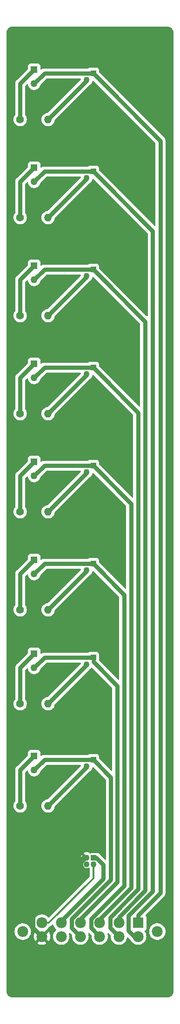
<source format=gtl>
%TF.GenerationSoftware,KiCad,Pcbnew,7.0.10*%
%TF.CreationDate,2024-11-26T20:56:08-08:00*%
%TF.ProjectId,Connector_Board,436f6e6e-6563-4746-9f72-5f426f617264,rev?*%
%TF.SameCoordinates,Original*%
%TF.FileFunction,Copper,L1,Top*%
%TF.FilePolarity,Positive*%
%FSLAX46Y46*%
G04 Gerber Fmt 4.6, Leading zero omitted, Abs format (unit mm)*
G04 Created by KiCad (PCBNEW 7.0.10) date 2024-11-26 20:56:08*
%MOMM*%
%LPD*%
G01*
G04 APERTURE LIST*
%TA.AperFunction,ComponentPad*%
%ADD10R,1.100000X1.100000*%
%TD*%
%TA.AperFunction,ComponentPad*%
%ADD11C,1.100000*%
%TD*%
%TA.AperFunction,ComponentPad*%
%ADD12C,1.400000*%
%TD*%
%TA.AperFunction,ComponentPad*%
%ADD13O,1.400000X1.400000*%
%TD*%
%TA.AperFunction,ComponentPad*%
%ADD14R,1.981200X1.981200*%
%TD*%
%TA.AperFunction,ComponentPad*%
%ADD15C,1.981200*%
%TD*%
%TA.AperFunction,ComponentPad*%
%ADD16R,1.270000X1.270000*%
%TD*%
%TA.AperFunction,ComponentPad*%
%ADD17C,1.270000*%
%TD*%
%TA.AperFunction,Conductor*%
%ADD18C,0.800000*%
%TD*%
%TA.AperFunction,Conductor*%
%ADD19C,0.300000*%
%TD*%
%ADD20C,0.350000*%
G04 APERTURE END LIST*
D10*
%TO.P,J6,1,1*%
%TO.N,/Connector_Board/S6*%
X216500000Y-117624900D03*
D11*
%TO.P,J6,3,3*%
%TO.N,/Connector_Board/GND*%
X215300000Y-118824900D03*
%TD*%
D10*
%TO.P,J1,1,1*%
%TO.N,/Connector_Board/S1*%
X216500000Y-28724900D03*
D11*
%TO.P,J1,3,3*%
%TO.N,/Connector_Board/GND*%
X215300000Y-29924900D03*
%TD*%
D10*
%TO.P,J7,1,1*%
%TO.N,/Connector_Board/S7*%
X216500000Y-134652500D03*
D11*
%TO.P,J7,3,3*%
%TO.N,/Connector_Board/GND*%
X215300000Y-135852500D03*
%TD*%
D10*
%TO.P,J5,1,1*%
%TO.N,/Connector_Board/S5*%
X216500000Y-99844900D03*
D11*
%TO.P,J5,3,3*%
%TO.N,/Connector_Board/GND*%
X215300000Y-101044900D03*
%TD*%
D10*
%TO.P,J2,1,1*%
%TO.N,/Connector_Board/S2*%
X216500000Y-46504900D03*
D11*
%TO.P,J2,3,3*%
%TO.N,/Connector_Board/GND*%
X215300000Y-47704900D03*
%TD*%
D10*
%TO.P,J4,1,1*%
%TO.N,/Connector_Board/S4*%
X216500000Y-82064900D03*
D11*
%TO.P,J4,3,3*%
%TO.N,/Connector_Board/GND*%
X215300000Y-83264900D03*
%TD*%
D10*
%TO.P,J8,1,1*%
%TO.N,/Connector_Board/S8*%
X216500000Y-153184900D03*
D11*
%TO.P,J8,3,3*%
%TO.N,/Connector_Board/GND*%
X215300000Y-154384900D03*
%TD*%
D10*
%TO.P,J9,1,1*%
%TO.N,/Connector_Board/MCU 3.3v*%
X216500000Y-170964900D03*
D11*
%TO.P,J9,2,2*%
%TO.N,/Connector_Board/PS Out*%
X216500000Y-172164900D03*
%TO.P,J9,3,3*%
%TO.N,/Connector_Board/MCU GND*%
X215300000Y-170964900D03*
%TO.P,J9,4,4*%
%TO.N,unconnected-(J9-Pad4)*%
X215300000Y-172164900D03*
%TD*%
D10*
%TO.P,J3,1,1*%
%TO.N,/Connector_Board/S3*%
X216500000Y-64284900D03*
D11*
%TO.P,J3,3,3*%
%TO.N,/Connector_Board/GND*%
X215300000Y-65484900D03*
%TD*%
D12*
%TO.P,R60,1*%
%TO.N,Net-(LED60-Pad1)*%
X203200000Y-125981500D03*
D13*
%TO.P,R60,2*%
%TO.N,/Connector_Board/GND*%
X208280000Y-125981500D03*
%TD*%
D14*
%TO.P,J11,1,1*%
%TO.N,/Connector_Board/S1*%
X224663000Y-182722400D03*
D15*
%TO.P,J11,2,2*%
%TO.N,/Connector_Board/S3*%
X221162997Y-182722400D03*
%TO.P,J11,3,3*%
%TO.N,/Connector_Board/S5*%
X217662996Y-182722400D03*
%TO.P,J11,4,4*%
%TO.N,/Connector_Board/S7*%
X214162995Y-182722400D03*
%TO.P,J11,5,5*%
%TO.N,/Connector_Board/MCU 3.3v*%
X210662995Y-182722400D03*
%TO.P,J11,6,6*%
%TO.N,/Connector_Board/PS Out*%
X207162994Y-182722400D03*
%TO.P,J11,7,7*%
%TO.N,/Connector_Board/S2*%
X224663000Y-185222400D03*
%TO.P,J11,8,8*%
%TO.N,/Connector_Board/S4*%
X221162997Y-185222400D03*
%TO.P,J11,9,9*%
%TO.N,/Connector_Board/S6*%
X217662996Y-185222400D03*
%TO.P,J11,10,10*%
%TO.N,/Connector_Board/S8*%
X214162995Y-185222400D03*
%TO.P,J11,11,11*%
%TO.N,/Connector_Board/GND*%
X210662995Y-185222400D03*
%TO.P,J11,12,12*%
%TO.N,/Connector_Board/MCU GND*%
X207162994Y-185222400D03*
%TO.P,J11,13*%
%TO.N,N/C*%
X228162998Y-184322412D03*
%TO.P,J11,14*%
X203662996Y-184322412D03*
%TD*%
D12*
%TO.P,R80,1*%
%TO.N,Net-(LED80-Pad1)*%
X203200000Y-161541500D03*
D13*
%TO.P,R80,2*%
%TO.N,/Connector_Board/GND*%
X208280000Y-161541500D03*
%TD*%
D16*
%TO.P,LED70,1*%
%TO.N,Net-(LED70-Pad1)*%
X205740000Y-133982500D03*
D17*
%TO.P,LED70,2*%
%TO.N,/Connector_Board/S7*%
X205740000Y-136522500D03*
%TD*%
D12*
%TO.P,R50,1*%
%TO.N,Net-(LED50-Pad1)*%
X203200000Y-108201500D03*
D13*
%TO.P,R50,2*%
%TO.N,/Connector_Board/GND*%
X208280000Y-108201500D03*
%TD*%
D12*
%TO.P,R40,1*%
%TO.N,Net-(LED40-Pad1)*%
X203200000Y-90421500D03*
D13*
%TO.P,R40,2*%
%TO.N,/Connector_Board/GND*%
X208280000Y-90421500D03*
%TD*%
D12*
%TO.P,R30,1*%
%TO.N,Net-(LED30-Pad1)*%
X203200000Y-72641500D03*
D13*
%TO.P,R30,2*%
%TO.N,/Connector_Board/GND*%
X208280000Y-72641500D03*
%TD*%
D16*
%TO.P,LED10,1*%
%TO.N,Net-(LED10-Pad1)*%
X205740000Y-28054900D03*
D17*
%TO.P,LED10,2*%
%TO.N,/Connector_Board/S1*%
X205740000Y-30594900D03*
%TD*%
D16*
%TO.P,LED40,1*%
%TO.N,Net-(LED40-Pad1)*%
X205740000Y-81394900D03*
D17*
%TO.P,LED40,2*%
%TO.N,/Connector_Board/S4*%
X205740000Y-83934900D03*
%TD*%
D16*
%TO.P,LED20,1*%
%TO.N,Net-(LED20-Pad1)*%
X205740000Y-45834900D03*
D17*
%TO.P,LED20,2*%
%TO.N,/Connector_Board/S2*%
X205740000Y-48374900D03*
%TD*%
D12*
%TO.P,R20,1*%
%TO.N,Net-(LED20-Pad1)*%
X203200000Y-54861500D03*
D13*
%TO.P,R20,2*%
%TO.N,/Connector_Board/GND*%
X208280000Y-54861500D03*
%TD*%
D16*
%TO.P,LED30,1*%
%TO.N,Net-(LED30-Pad1)*%
X205740000Y-63614900D03*
D17*
%TO.P,LED30,2*%
%TO.N,/Connector_Board/S3*%
X205740000Y-66154900D03*
%TD*%
D12*
%TO.P,R70,1*%
%TO.N,Net-(LED70-Pad1)*%
X203200000Y-143009100D03*
D13*
%TO.P,R70,2*%
%TO.N,/Connector_Board/GND*%
X208280000Y-143009100D03*
%TD*%
D16*
%TO.P,LED50,1*%
%TO.N,Net-(LED50-Pad1)*%
X205740000Y-99174900D03*
D17*
%TO.P,LED50,2*%
%TO.N,/Connector_Board/S5*%
X205740000Y-101714900D03*
%TD*%
D12*
%TO.P,R10,1*%
%TO.N,Net-(LED10-Pad1)*%
X203200000Y-37081500D03*
D13*
%TO.P,R10,2*%
%TO.N,/Connector_Board/GND*%
X208280000Y-37081500D03*
%TD*%
D16*
%TO.P,LED60,1*%
%TO.N,Net-(LED60-Pad1)*%
X205740000Y-116954900D03*
D17*
%TO.P,LED60,2*%
%TO.N,/Connector_Board/S6*%
X205740000Y-119494900D03*
%TD*%
D16*
%TO.P,LED80,1*%
%TO.N,Net-(LED80-Pad1)*%
X205740000Y-152514900D03*
D17*
%TO.P,LED80,2*%
%TO.N,/Connector_Board/S8*%
X205740000Y-155054900D03*
%TD*%
D18*
%TO.N,/Connector_Board/S1*%
X228727000Y-40951900D02*
X216500000Y-28724900D01*
X224663000Y-181353500D02*
X228727000Y-177289500D01*
X216500000Y-28724900D02*
X207610000Y-28724900D01*
X207610000Y-28724900D02*
X205740000Y-30594900D01*
X224663000Y-182722400D02*
X224663000Y-181353500D01*
X228727000Y-177289500D02*
X228727000Y-40951900D01*
%TO.N,/Connector_Board/S3*%
X216500000Y-64284900D02*
X207610000Y-64284900D01*
X207610000Y-64284900D02*
X205740000Y-66154900D01*
X221162997Y-182722400D02*
X221162997Y-181678503D01*
X221162997Y-181678503D02*
X225933000Y-176908500D01*
X225933000Y-176908500D02*
X225933000Y-73717900D01*
X225933000Y-73717900D02*
X216500000Y-64284900D01*
%TO.N,/Connector_Board/S5*%
X216500000Y-99844900D02*
X207610000Y-99844900D01*
X223393000Y-106737900D02*
X216500000Y-99844900D01*
X217662996Y-182722400D02*
X217662996Y-182130504D01*
X207610000Y-99844900D02*
X205740000Y-101714900D01*
X217662996Y-182130504D02*
X223393000Y-176400500D01*
X223393000Y-176400500D02*
X223393000Y-106737900D01*
%TO.N,/Connector_Board/S7*%
X214162995Y-182074505D02*
X220853000Y-175384500D01*
X216500000Y-134652500D02*
X207610000Y-134652500D01*
X220853000Y-139757900D02*
X216500000Y-135404900D01*
X220853000Y-175384500D02*
X220853000Y-139757900D01*
X207610000Y-134652500D02*
X205740000Y-136522500D01*
X214162995Y-182722400D02*
X214162995Y-182074505D01*
%TO.N,/Connector_Board/MCU 3.3v*%
X217068400Y-170964900D02*
X216500000Y-170964900D01*
X210662995Y-182399505D02*
X218313000Y-174749500D01*
X218313000Y-174749500D02*
X218313000Y-172209500D01*
X210662995Y-182722400D02*
X210662995Y-182399505D01*
X218313000Y-172209500D02*
X217068400Y-170964900D01*
D19*
%TO.N,/Connector_Board/PS Out*%
X207162994Y-182722400D02*
X208435100Y-182722400D01*
X208435100Y-182722400D02*
X216500000Y-174657500D01*
X216500000Y-174657500D02*
X216500000Y-172164900D01*
D18*
%TO.N,/Connector_Board/S2*%
X224663000Y-185222400D02*
X223959900Y-185222400D01*
X227330000Y-177035500D02*
X227330000Y-57334900D01*
X207610000Y-46504900D02*
X205740000Y-48374900D01*
X227330000Y-57334900D02*
X216500000Y-46504900D01*
X222885000Y-184147500D02*
X222885000Y-181480500D01*
X216500000Y-46504900D02*
X207610000Y-46504900D01*
X222885000Y-181480500D02*
X227330000Y-177035500D01*
X223959900Y-185222400D02*
X222885000Y-184147500D01*
%TO.N,/Connector_Board/S4*%
X219572397Y-183631800D02*
X221162997Y-185222400D01*
X207610000Y-82064900D02*
X205740000Y-83934900D01*
X224663000Y-90227900D02*
X224663000Y-176654500D01*
X219572397Y-181745103D02*
X219572397Y-183631800D01*
X224663000Y-176654500D02*
X219572397Y-181745103D01*
X216500000Y-82064900D02*
X207610000Y-82064900D01*
X216500000Y-82064900D02*
X224663000Y-90227900D01*
%TO.N,/Connector_Board/S6*%
X216072396Y-182063551D02*
X216072396Y-183631800D01*
X216500000Y-117624900D02*
X222123000Y-123247900D01*
X216072396Y-183631800D02*
X217662996Y-185222400D01*
X222123000Y-123247900D02*
X222123000Y-176012947D01*
X216500000Y-117624900D02*
X207610000Y-117624900D01*
X207610000Y-117624900D02*
X205740000Y-119494900D01*
X222123000Y-176012947D02*
X216072396Y-182063551D01*
%TO.N,/Connector_Board/S8*%
X212572395Y-183631800D02*
X214162995Y-185222400D01*
X216500000Y-153184900D02*
X219710000Y-156394900D01*
X207610000Y-153184900D02*
X205740000Y-155054900D01*
X216500000Y-153184900D02*
X207610000Y-153184900D01*
X212572395Y-182063551D02*
X212572395Y-183631800D01*
X219710000Y-174925946D02*
X212572395Y-182063551D01*
X219710000Y-156394900D02*
X219710000Y-174925946D01*
%TO.N,/Connector_Board/GND*%
X208280000Y-125981500D02*
X215300000Y-118961500D01*
X215300000Y-30061500D02*
X215300000Y-29924900D01*
X208280000Y-90421500D02*
X215300000Y-83401500D01*
X215300000Y-101181500D02*
X215300000Y-101044900D01*
X208280000Y-72641500D02*
X215300000Y-65621500D01*
X215300000Y-83401500D02*
X215300000Y-83264900D01*
X215300000Y-154521500D02*
X215300000Y-154384900D01*
X208280000Y-143009100D02*
X215300000Y-135989100D01*
X208280000Y-54861500D02*
X215300000Y-47841500D01*
X215300000Y-65621500D02*
X215300000Y-65484900D01*
X208280000Y-161541500D02*
X215300000Y-154521500D01*
X208280000Y-37081500D02*
X215300000Y-30061500D01*
X215300000Y-135989100D02*
X215300000Y-135852500D01*
X215300000Y-47841500D02*
X215300000Y-47704900D01*
X215300000Y-118961500D02*
X215300000Y-118824900D01*
X208280000Y-108201500D02*
X215300000Y-101181500D01*
%TO.N,/Connector_Board/MCU GND*%
X205572394Y-183631800D02*
X205572394Y-179997106D01*
X207162994Y-185222400D02*
X205572394Y-183631800D01*
X205572394Y-179997106D02*
X214604600Y-170964900D01*
X214604600Y-170964900D02*
X215300000Y-170964900D01*
%TO.N,Net-(LED10-Pad1)*%
X203200000Y-30594900D02*
X203200000Y-37081500D01*
X205740000Y-28054900D02*
X203200000Y-30594900D01*
%TO.N,Net-(LED20-Pad1)*%
X203200000Y-48374900D02*
X203200000Y-54861500D01*
X205740000Y-45834900D02*
X203200000Y-48374900D01*
%TO.N,Net-(LED30-Pad1)*%
X203200000Y-66154900D02*
X203200000Y-72641500D01*
X205740000Y-63614900D02*
X203200000Y-66154900D01*
%TO.N,Net-(LED40-Pad1)*%
X205740000Y-81394900D02*
X203200000Y-83934900D01*
X203200000Y-83934900D02*
X203200000Y-90421500D01*
%TO.N,Net-(LED50-Pad1)*%
X203200000Y-101714900D02*
X203200000Y-108201500D01*
X205740000Y-99174900D02*
X203200000Y-101714900D01*
%TO.N,Net-(LED60-Pad1)*%
X205740000Y-116954900D02*
X203200000Y-119494900D01*
X203200000Y-119494900D02*
X203200000Y-125981500D01*
%TO.N,Net-(LED70-Pad1)*%
X203200000Y-136522500D02*
X203200000Y-143009100D01*
X205740000Y-133982500D02*
X203200000Y-136522500D01*
%TO.N,Net-(LED80-Pad1)*%
X205740000Y-152514900D02*
X203200000Y-155054900D01*
X203200000Y-155054900D02*
X203200000Y-161541500D01*
%TD*%
%TA.AperFunction,Conductor*%
%TO.N,/Connector_Board/MCU GND*%
G36*
X230085395Y-20250972D02*
G01*
X230246225Y-20265042D01*
X230267509Y-20268795D01*
X230320837Y-20283084D01*
X230418216Y-20309176D01*
X230438513Y-20316563D01*
X230579918Y-20382502D01*
X230598633Y-20393308D01*
X230726438Y-20482798D01*
X230742996Y-20496692D01*
X230853307Y-20607003D01*
X230867201Y-20623561D01*
X230956691Y-20751366D01*
X230967498Y-20770083D01*
X231033433Y-20911480D01*
X231040824Y-20931787D01*
X231081204Y-21082490D01*
X231084957Y-21103775D01*
X231099028Y-21264603D01*
X231099500Y-21275411D01*
X231099500Y-195242088D01*
X231099028Y-195252896D01*
X231084957Y-195413724D01*
X231081204Y-195435009D01*
X231040824Y-195585712D01*
X231033431Y-195606025D01*
X230967498Y-195747416D01*
X230956691Y-195766133D01*
X230867201Y-195893938D01*
X230853307Y-195910496D01*
X230742996Y-196020807D01*
X230726438Y-196034701D01*
X230598633Y-196124191D01*
X230579916Y-196134998D01*
X230438525Y-196200931D01*
X230418212Y-196208324D01*
X230267509Y-196248704D01*
X230246224Y-196252457D01*
X230100414Y-196265213D01*
X230085394Y-196266528D01*
X230074588Y-196267000D01*
X201725412Y-196267000D01*
X201714605Y-196266528D01*
X201697736Y-196265052D01*
X201553775Y-196252457D01*
X201532490Y-196248704D01*
X201381787Y-196208324D01*
X201361480Y-196200933D01*
X201220083Y-196134998D01*
X201201366Y-196124191D01*
X201073561Y-196034701D01*
X201057003Y-196020807D01*
X200946692Y-195910496D01*
X200932798Y-195893938D01*
X200843308Y-195766133D01*
X200832501Y-195747416D01*
X200766563Y-195606013D01*
X200759175Y-195585712D01*
X200755375Y-195571531D01*
X200718795Y-195435009D01*
X200715042Y-195413723D01*
X200700972Y-195252895D01*
X200700500Y-195242088D01*
X200700500Y-184322418D01*
X202166786Y-184322418D01*
X202187190Y-184568672D01*
X202187192Y-184568683D01*
X202247854Y-184808231D01*
X202347118Y-185034528D01*
X202482276Y-185241404D01*
X202627088Y-185398710D01*
X202649641Y-185423209D01*
X202844647Y-185574989D01*
X202844649Y-185574990D01*
X202844652Y-185574992D01*
X202846428Y-185575953D01*
X203061975Y-185692601D01*
X203295698Y-185772838D01*
X203539440Y-185813512D01*
X203539441Y-185813512D01*
X203786551Y-185813512D01*
X203786552Y-185813512D01*
X204030294Y-185772838D01*
X204264017Y-185692601D01*
X204481345Y-185574989D01*
X204676351Y-185423209D01*
X204843716Y-185241403D01*
X204978873Y-185034529D01*
X205078137Y-184808231D01*
X205138800Y-184568680D01*
X205156149Y-184359307D01*
X205159206Y-184322418D01*
X205159206Y-184322405D01*
X205138801Y-184076151D01*
X205138799Y-184076140D01*
X205078137Y-183836592D01*
X204978873Y-183610295D01*
X204843715Y-183403419D01*
X204676354Y-183221618D01*
X204676344Y-183221609D01*
X204481348Y-183069837D01*
X204481339Y-183069831D01*
X204264023Y-182952226D01*
X204264020Y-182952224D01*
X204264017Y-182952223D01*
X204264014Y-182952222D01*
X204264012Y-182952221D01*
X204030296Y-182871986D01*
X203867799Y-182844870D01*
X203786552Y-182831312D01*
X203539440Y-182831312D01*
X203478504Y-182841480D01*
X203295695Y-182871986D01*
X203061979Y-182952221D01*
X203061968Y-182952226D01*
X202844652Y-183069831D01*
X202844643Y-183069837D01*
X202649647Y-183221609D01*
X202649637Y-183221618D01*
X202482276Y-183403419D01*
X202347118Y-183610295D01*
X202247854Y-183836592D01*
X202187192Y-184076140D01*
X202187190Y-184076151D01*
X202166786Y-184322405D01*
X202166786Y-184322418D01*
X200700500Y-184322418D01*
X200700500Y-170964900D01*
X214244919Y-170964900D01*
X214265191Y-171170734D01*
X214325233Y-171368666D01*
X214400975Y-171510369D01*
X214400976Y-171510369D01*
X214946447Y-170964900D01*
X214946447Y-170964899D01*
X214400976Y-170419429D01*
X214400975Y-170419429D01*
X214325234Y-170561134D01*
X214265191Y-170759066D01*
X214244919Y-170964900D01*
X200700500Y-170964900D01*
X200700500Y-161541500D01*
X201994357Y-161541500D01*
X202014884Y-161763035D01*
X202014885Y-161763037D01*
X202075769Y-161977023D01*
X202075775Y-161977038D01*
X202174938Y-162176183D01*
X202174943Y-162176191D01*
X202309020Y-162353738D01*
X202473437Y-162503623D01*
X202473439Y-162503625D01*
X202662595Y-162620745D01*
X202662596Y-162620745D01*
X202662599Y-162620747D01*
X202870060Y-162701118D01*
X203088757Y-162742000D01*
X203088759Y-162742000D01*
X203311241Y-162742000D01*
X203311243Y-162742000D01*
X203529940Y-162701118D01*
X203737401Y-162620747D01*
X203926562Y-162503624D01*
X204090981Y-162353736D01*
X204225058Y-162176189D01*
X204324229Y-161977028D01*
X204385115Y-161763036D01*
X204405643Y-161541500D01*
X204385115Y-161319964D01*
X204324229Y-161105972D01*
X204324224Y-161105961D01*
X204225061Y-160906816D01*
X204225052Y-160906802D01*
X204125546Y-160775034D01*
X204100854Y-160709673D01*
X204100500Y-160700308D01*
X204100500Y-155479260D01*
X204120185Y-155412221D01*
X204136815Y-155391583D01*
X204402158Y-155126239D01*
X204463481Y-155092755D01*
X204533173Y-155097739D01*
X204589106Y-155139611D01*
X204613310Y-155202479D01*
X204619051Y-155264437D01*
X204619051Y-155264439D01*
X204619052Y-155264442D01*
X204676641Y-155466847D01*
X204676642Y-155466850D01*
X204770442Y-155655225D01*
X204897261Y-155823160D01*
X205052776Y-155964930D01*
X205052778Y-155964932D01*
X205231692Y-156075711D01*
X205231698Y-156075714D01*
X205273268Y-156091818D01*
X205427924Y-156151732D01*
X205634780Y-156190400D01*
X205634782Y-156190400D01*
X205845218Y-156190400D01*
X205845220Y-156190400D01*
X206052076Y-156151732D01*
X206248304Y-156075713D01*
X206427223Y-155964931D01*
X206582740Y-155823159D01*
X206709558Y-155655225D01*
X206803359Y-155466847D01*
X206860948Y-155264442D01*
X206862637Y-155246211D01*
X206888422Y-155181274D01*
X206898419Y-155169978D01*
X207946680Y-154121719D01*
X208008003Y-154088234D01*
X208034361Y-154085400D01*
X214137102Y-154085400D01*
X214204141Y-154105085D01*
X214249896Y-154157889D01*
X214260505Y-154221557D01*
X214257649Y-154250548D01*
X214231486Y-154315334D01*
X214221927Y-154326072D01*
X208242565Y-160305435D01*
X208181242Y-160338920D01*
X208173404Y-160340131D01*
X208071155Y-160359244D01*
X207950060Y-160381882D01*
X207818864Y-160432707D01*
X207742601Y-160462252D01*
X207742595Y-160462254D01*
X207553439Y-160579374D01*
X207553437Y-160579376D01*
X207389020Y-160729261D01*
X207254943Y-160906808D01*
X207254938Y-160906816D01*
X207155775Y-161105961D01*
X207155769Y-161105976D01*
X207094885Y-161319962D01*
X207094884Y-161319964D01*
X207074357Y-161541499D01*
X207074357Y-161541500D01*
X207094884Y-161763035D01*
X207094885Y-161763037D01*
X207155769Y-161977023D01*
X207155775Y-161977038D01*
X207254938Y-162176183D01*
X207254943Y-162176191D01*
X207389020Y-162353738D01*
X207553437Y-162503623D01*
X207553439Y-162503625D01*
X207742595Y-162620745D01*
X207742596Y-162620745D01*
X207742599Y-162620747D01*
X207950060Y-162701118D01*
X208168757Y-162742000D01*
X208168759Y-162742000D01*
X208391241Y-162742000D01*
X208391243Y-162742000D01*
X208609940Y-162701118D01*
X208817401Y-162620747D01*
X209006562Y-162503624D01*
X209170981Y-162353736D01*
X209305058Y-162176189D01*
X209404229Y-161977028D01*
X209465115Y-161763036D01*
X209474582Y-161660864D01*
X209500368Y-161595928D01*
X209510364Y-161584633D01*
X215757360Y-155337637D01*
X215786580Y-155315966D01*
X215886450Y-155262585D01*
X216046410Y-155131310D01*
X216177685Y-154971350D01*
X216275232Y-154788854D01*
X216335300Y-154590834D01*
X216336243Y-154581258D01*
X216362400Y-154516471D01*
X216419433Y-154476110D01*
X216489233Y-154472990D01*
X216547327Y-154505727D01*
X218773181Y-156731580D01*
X218806666Y-156792903D01*
X218809500Y-156819261D01*
X218809500Y-171133139D01*
X218789815Y-171200178D01*
X218737011Y-171245933D01*
X218667853Y-171255877D01*
X218604297Y-171226852D01*
X218597819Y-171220820D01*
X217762164Y-170385165D01*
X217749526Y-170370368D01*
X217741287Y-170359028D01*
X217690883Y-170313643D01*
X217686175Y-170309175D01*
X217671783Y-170294783D01*
X217655954Y-170281963D01*
X217651027Y-170277755D01*
X217600620Y-170232370D01*
X217600613Y-170232365D01*
X217588470Y-170225354D01*
X217572443Y-170214338D01*
X217561553Y-170205520D01*
X217561547Y-170205516D01*
X217501112Y-170174722D01*
X217495409Y-170171626D01*
X217436682Y-170137720D01*
X217423349Y-170133388D01*
X217405378Y-170125943D01*
X217392898Y-170119584D01*
X217392886Y-170119579D01*
X217327376Y-170102025D01*
X217321155Y-170100182D01*
X217256662Y-170079228D01*
X217256656Y-170079226D01*
X217256651Y-170079225D01*
X217256649Y-170079225D01*
X217242714Y-170077760D01*
X217223589Y-170074215D01*
X217210053Y-170070588D01*
X217210043Y-170070586D01*
X217142309Y-170067036D01*
X217135848Y-170066528D01*
X217126628Y-170065559D01*
X217115592Y-170064400D01*
X217115588Y-170064400D01*
X217095226Y-170064400D01*
X217088737Y-170064230D01*
X217021010Y-170060680D01*
X217007172Y-170062873D01*
X216987773Y-170064400D01*
X216452808Y-170064400D01*
X216311744Y-170079226D01*
X216311741Y-170079226D01*
X216311740Y-170079227D01*
X216131714Y-170137721D01*
X216097723Y-170157345D01*
X216029822Y-170173815D01*
X215963796Y-170150961D01*
X215957061Y-170145809D01*
X215886173Y-170087632D01*
X215886166Y-170087628D01*
X215703766Y-169990133D01*
X215505834Y-169930091D01*
X215300000Y-169909819D01*
X215094166Y-169930091D01*
X214896234Y-169990134D01*
X214754529Y-170065875D01*
X214754529Y-170065876D01*
X215353553Y-170664900D01*
X215272198Y-170664900D01*
X215189750Y-170680312D01*
X215094390Y-170739357D01*
X215026799Y-170828862D01*
X214996105Y-170936740D01*
X215006454Y-171048421D01*
X215056448Y-171148822D01*
X215139334Y-171224384D01*
X215243920Y-171264900D01*
X215327802Y-171264900D01*
X215359471Y-171258980D01*
X215078063Y-171540388D01*
X215048010Y-171562502D01*
X214927763Y-171625615D01*
X214927760Y-171625617D01*
X214815561Y-171725016D01*
X214809516Y-171730371D01*
X214719781Y-171860375D01*
X214719780Y-171860376D01*
X214663762Y-172008081D01*
X214644722Y-172164899D01*
X214644722Y-172164900D01*
X214663762Y-172321718D01*
X214719780Y-172469423D01*
X214809517Y-172599430D01*
X214927760Y-172704183D01*
X214927762Y-172704184D01*
X215067634Y-172777596D01*
X215221014Y-172815400D01*
X215221015Y-172815400D01*
X215378985Y-172815400D01*
X215532365Y-172777596D01*
X215667876Y-172706473D01*
X215736381Y-172692748D01*
X215801435Y-172718240D01*
X215842380Y-172774855D01*
X215849500Y-172816270D01*
X215849500Y-174336691D01*
X215829815Y-174403730D01*
X215813181Y-174424372D01*
X208478441Y-181759111D01*
X208417118Y-181792596D01*
X208347426Y-181787612D01*
X208299531Y-181755413D01*
X208176352Y-181621606D01*
X208176342Y-181621597D01*
X207981346Y-181469825D01*
X207981337Y-181469819D01*
X207764021Y-181352214D01*
X207764018Y-181352212D01*
X207764015Y-181352211D01*
X207764012Y-181352210D01*
X207764010Y-181352209D01*
X207530294Y-181271974D01*
X207360966Y-181243718D01*
X207286550Y-181231300D01*
X207039438Y-181231300D01*
X206978502Y-181241468D01*
X206795693Y-181271974D01*
X206561977Y-181352209D01*
X206561966Y-181352214D01*
X206344650Y-181469819D01*
X206344641Y-181469825D01*
X206149645Y-181621597D01*
X206149635Y-181621606D01*
X205982274Y-181803407D01*
X205847116Y-182010283D01*
X205747852Y-182236580D01*
X205687190Y-182476128D01*
X205687188Y-182476139D01*
X205666784Y-182722393D01*
X205666784Y-182722406D01*
X205687188Y-182968660D01*
X205687190Y-182968671D01*
X205747852Y-183208219D01*
X205847116Y-183434516D01*
X205982274Y-183641392D01*
X206149635Y-183823193D01*
X206149639Y-183823197D01*
X206251862Y-183902761D01*
X206292674Y-183959470D01*
X206298979Y-184004832D01*
X206847502Y-184553355D01*
X206830158Y-184559669D01*
X206686293Y-184654290D01*
X206568127Y-184779538D01*
X206494355Y-184907315D01*
X205946348Y-184359308D01*
X205847556Y-184510522D01*
X205847554Y-184510526D01*
X205748326Y-184736745D01*
X205687684Y-184976217D01*
X205667285Y-185222394D01*
X205667285Y-185222405D01*
X205687684Y-185468582D01*
X205748326Y-185708054D01*
X205847556Y-185934278D01*
X205946347Y-186085490D01*
X206495993Y-185535845D01*
X206520737Y-185593207D01*
X206623563Y-185731327D01*
X206755470Y-185842010D01*
X206849641Y-185889304D01*
X206299635Y-186439310D01*
X206344922Y-186474559D01*
X206344924Y-186474560D01*
X206562168Y-186592126D01*
X206562182Y-186592132D01*
X206795816Y-186672340D01*
X207039479Y-186713000D01*
X207286509Y-186713000D01*
X207530171Y-186672340D01*
X207763805Y-186592132D01*
X207763819Y-186592126D01*
X207981065Y-186474559D01*
X207981070Y-186474555D01*
X208026351Y-186439311D01*
X208026352Y-186439310D01*
X207478485Y-185891444D01*
X207495830Y-185885131D01*
X207639695Y-185790510D01*
X207757861Y-185665262D01*
X207831632Y-185537485D01*
X208379638Y-186085491D01*
X208478432Y-185934275D01*
X208577661Y-185708054D01*
X208638303Y-185468582D01*
X208658703Y-185222405D01*
X208658703Y-185222394D01*
X208638303Y-184976217D01*
X208577661Y-184736745D01*
X208478431Y-184510521D01*
X208379638Y-184359307D01*
X207829993Y-184908952D01*
X207805251Y-184851593D01*
X207702425Y-184713473D01*
X207570518Y-184602790D01*
X207476344Y-184555494D01*
X208027403Y-184004436D01*
X208042017Y-183940168D01*
X208074121Y-183902764D01*
X208176349Y-183823197D01*
X208343714Y-183641391D01*
X208478871Y-183434517D01*
X208479399Y-183433311D01*
X208479747Y-183432898D01*
X208481313Y-183430005D01*
X208481907Y-183430326D01*
X208524347Y-183379824D01*
X208577421Y-183360090D01*
X208598158Y-183357471D01*
X208640620Y-183340658D01*
X208651657Y-183336880D01*
X208695498Y-183324144D01*
X208713765Y-183313339D01*
X208731236Y-183304780D01*
X208750971Y-183296968D01*
X208787916Y-183270125D01*
X208797658Y-183263726D01*
X208836965Y-183240481D01*
X208851970Y-183225475D01*
X208866768Y-183212836D01*
X208883937Y-183200363D01*
X208913046Y-183165174D01*
X208920890Y-183156554D01*
X209017034Y-183060410D01*
X209078355Y-183026927D01*
X209148047Y-183031911D01*
X209203980Y-183073783D01*
X209224918Y-183117652D01*
X209247852Y-183208214D01*
X209247852Y-183208215D01*
X209347117Y-183434516D01*
X209482275Y-183641392D01*
X209649636Y-183823193D01*
X209649641Y-183823198D01*
X209715614Y-183874547D01*
X209756427Y-183931257D01*
X209760100Y-184001030D01*
X209725469Y-184061714D01*
X209715614Y-184070253D01*
X209649641Y-184121601D01*
X209649636Y-184121606D01*
X209482275Y-184303407D01*
X209347117Y-184510283D01*
X209247853Y-184736580D01*
X209187191Y-184976128D01*
X209187189Y-184976139D01*
X209166785Y-185222393D01*
X209166785Y-185222406D01*
X209187189Y-185468660D01*
X209187191Y-185468671D01*
X209247853Y-185708219D01*
X209347117Y-185934516D01*
X209482275Y-186141392D01*
X209649636Y-186323193D01*
X209649646Y-186323202D01*
X209844104Y-186474555D01*
X209844646Y-186474977D01*
X209844648Y-186474978D01*
X209844651Y-186474980D01*
X209970994Y-186543353D01*
X210061974Y-186592589D01*
X210295697Y-186672826D01*
X210539439Y-186713500D01*
X210539440Y-186713500D01*
X210786550Y-186713500D01*
X210786551Y-186713500D01*
X211030293Y-186672826D01*
X211264016Y-186592589D01*
X211481344Y-186474977D01*
X211676350Y-186323197D01*
X211843715Y-186141391D01*
X211978872Y-185934517D01*
X212078136Y-185708219D01*
X212138799Y-185468668D01*
X212138806Y-185468582D01*
X212159205Y-185222406D01*
X212159205Y-185222393D01*
X212138800Y-184976139D01*
X212138799Y-184976136D01*
X212138799Y-184976132D01*
X212078294Y-184737205D01*
X212080919Y-184667386D01*
X212120875Y-184610069D01*
X212185476Y-184583452D01*
X212254212Y-184595986D01*
X212286181Y-184619085D01*
X212643184Y-184976088D01*
X212676669Y-185037411D01*
X212679080Y-185074008D01*
X212666786Y-185222394D01*
X212666785Y-185222405D01*
X212666785Y-185222406D01*
X212687189Y-185468660D01*
X212687191Y-185468671D01*
X212747853Y-185708219D01*
X212847117Y-185934516D01*
X212982275Y-186141392D01*
X213149636Y-186323193D01*
X213149646Y-186323202D01*
X213344104Y-186474555D01*
X213344646Y-186474977D01*
X213344648Y-186474978D01*
X213344651Y-186474980D01*
X213470994Y-186543353D01*
X213561974Y-186592589D01*
X213795697Y-186672826D01*
X214039439Y-186713500D01*
X214039440Y-186713500D01*
X214286550Y-186713500D01*
X214286551Y-186713500D01*
X214530293Y-186672826D01*
X214764016Y-186592589D01*
X214981344Y-186474977D01*
X215176350Y-186323197D01*
X215343715Y-186141391D01*
X215478872Y-185934517D01*
X215578136Y-185708219D01*
X215638799Y-185468668D01*
X215638806Y-185468582D01*
X215659205Y-185222406D01*
X215659205Y-185222393D01*
X215638800Y-184976139D01*
X215638798Y-184976128D01*
X215578294Y-184737205D01*
X215580919Y-184667385D01*
X215620875Y-184610068D01*
X215685476Y-184583451D01*
X215754213Y-184595985D01*
X215786181Y-184619084D01*
X216143185Y-184976088D01*
X216176670Y-185037411D01*
X216179081Y-185074008D01*
X216166787Y-185222394D01*
X216166786Y-185222405D01*
X216166786Y-185222406D01*
X216187190Y-185468660D01*
X216187192Y-185468671D01*
X216247854Y-185708219D01*
X216347118Y-185934516D01*
X216482276Y-186141392D01*
X216649637Y-186323193D01*
X216649647Y-186323202D01*
X216844105Y-186474555D01*
X216844647Y-186474977D01*
X216844649Y-186474978D01*
X216844652Y-186474980D01*
X216970995Y-186543353D01*
X217061975Y-186592589D01*
X217295698Y-186672826D01*
X217539440Y-186713500D01*
X217539441Y-186713500D01*
X217786551Y-186713500D01*
X217786552Y-186713500D01*
X218030294Y-186672826D01*
X218264017Y-186592589D01*
X218481345Y-186474977D01*
X218676351Y-186323197D01*
X218843716Y-186141391D01*
X218978873Y-185934517D01*
X219078137Y-185708219D01*
X219138800Y-185468668D01*
X219138807Y-185468582D01*
X219159206Y-185222406D01*
X219159206Y-185222393D01*
X219138801Y-184976139D01*
X219138799Y-184976128D01*
X219078295Y-184737205D01*
X219080920Y-184667385D01*
X219120876Y-184610068D01*
X219185477Y-184583451D01*
X219254214Y-184595985D01*
X219286182Y-184619084D01*
X219643186Y-184976088D01*
X219676671Y-185037411D01*
X219679082Y-185074008D01*
X219666788Y-185222394D01*
X219666787Y-185222405D01*
X219666787Y-185222406D01*
X219687191Y-185468660D01*
X219687193Y-185468671D01*
X219747855Y-185708219D01*
X219847119Y-185934516D01*
X219982277Y-186141392D01*
X220149638Y-186323193D01*
X220149648Y-186323202D01*
X220344106Y-186474555D01*
X220344648Y-186474977D01*
X220344650Y-186474978D01*
X220344653Y-186474980D01*
X220470996Y-186543353D01*
X220561976Y-186592589D01*
X220795699Y-186672826D01*
X221039441Y-186713500D01*
X221039442Y-186713500D01*
X221286552Y-186713500D01*
X221286553Y-186713500D01*
X221530295Y-186672826D01*
X221764018Y-186592589D01*
X221981346Y-186474977D01*
X222176352Y-186323197D01*
X222343717Y-186141391D01*
X222478874Y-185934517D01*
X222578138Y-185708219D01*
X222638801Y-185468668D01*
X222639196Y-185463893D01*
X222664349Y-185398710D01*
X222720751Y-185357471D01*
X222790494Y-185353272D01*
X222850454Y-185386453D01*
X223266134Y-185802133D01*
X223278773Y-185816931D01*
X223287009Y-185828268D01*
X223287010Y-185828268D01*
X223287012Y-185828271D01*
X223289478Y-185830491D01*
X223320064Y-185872832D01*
X223325460Y-185885131D01*
X223347122Y-185934516D01*
X223347126Y-185934522D01*
X223482280Y-186141392D01*
X223649641Y-186323193D01*
X223649651Y-186323202D01*
X223844109Y-186474555D01*
X223844651Y-186474977D01*
X223844653Y-186474978D01*
X223844656Y-186474980D01*
X223970999Y-186543353D01*
X224061979Y-186592589D01*
X224295702Y-186672826D01*
X224539444Y-186713500D01*
X224539445Y-186713500D01*
X224786555Y-186713500D01*
X224786556Y-186713500D01*
X225030298Y-186672826D01*
X225264021Y-186592589D01*
X225481349Y-186474977D01*
X225676355Y-186323197D01*
X225843720Y-186141391D01*
X225978877Y-185934517D01*
X226078141Y-185708219D01*
X226138804Y-185468668D01*
X226138811Y-185468582D01*
X226159210Y-185222406D01*
X226159210Y-185222393D01*
X226138805Y-184976139D01*
X226138803Y-184976128D01*
X226078141Y-184736580D01*
X225978877Y-184510283D01*
X225860163Y-184328577D01*
X225858304Y-184322418D01*
X226666788Y-184322418D01*
X226687192Y-184568672D01*
X226687194Y-184568683D01*
X226747856Y-184808231D01*
X226847120Y-185034528D01*
X226982278Y-185241404D01*
X227127090Y-185398710D01*
X227149643Y-185423209D01*
X227344649Y-185574989D01*
X227344651Y-185574990D01*
X227344654Y-185574992D01*
X227346430Y-185575953D01*
X227561977Y-185692601D01*
X227795700Y-185772838D01*
X228039442Y-185813512D01*
X228039443Y-185813512D01*
X228286553Y-185813512D01*
X228286554Y-185813512D01*
X228530296Y-185772838D01*
X228764019Y-185692601D01*
X228981347Y-185574989D01*
X229176353Y-185423209D01*
X229343718Y-185241403D01*
X229478875Y-185034529D01*
X229578139Y-184808231D01*
X229638802Y-184568680D01*
X229656151Y-184359307D01*
X229659208Y-184322418D01*
X229659208Y-184322405D01*
X229638803Y-184076151D01*
X229638801Y-184076140D01*
X229578139Y-183836592D01*
X229478875Y-183610295D01*
X229343717Y-183403419D01*
X229176356Y-183221618D01*
X229176346Y-183221609D01*
X228981350Y-183069837D01*
X228981341Y-183069831D01*
X228764025Y-182952226D01*
X228764022Y-182952224D01*
X228764019Y-182952223D01*
X228764016Y-182952222D01*
X228764014Y-182952221D01*
X228530298Y-182871986D01*
X228367801Y-182844870D01*
X228286554Y-182831312D01*
X228039442Y-182831312D01*
X227978506Y-182841480D01*
X227795697Y-182871986D01*
X227561981Y-182952221D01*
X227561970Y-182952226D01*
X227344654Y-183069831D01*
X227344645Y-183069837D01*
X227149649Y-183221609D01*
X227149639Y-183221618D01*
X226982278Y-183403419D01*
X226847120Y-183610295D01*
X226747856Y-183836592D01*
X226687194Y-184076140D01*
X226687192Y-184076151D01*
X226666788Y-184322405D01*
X226666788Y-184322418D01*
X225858304Y-184322418D01*
X225839976Y-184261688D01*
X225859156Y-184194502D01*
X225889661Y-184161489D01*
X225895928Y-184156796D01*
X225895931Y-184156796D01*
X226011146Y-184070546D01*
X226097396Y-183955331D01*
X226147691Y-183820483D01*
X226154100Y-183760873D01*
X226154099Y-181683928D01*
X226147691Y-181624317D01*
X226097396Y-181489469D01*
X226034693Y-181405709D01*
X226010276Y-181340247D01*
X226025127Y-181271974D01*
X226046276Y-181243721D01*
X229306737Y-177983260D01*
X229321525Y-177970630D01*
X229332871Y-177962388D01*
X229378264Y-177911972D01*
X229382696Y-177907301D01*
X229397119Y-177892880D01*
X229409945Y-177877040D01*
X229414117Y-177872154D01*
X229459533Y-177821716D01*
X229466538Y-177809580D01*
X229477570Y-177793531D01*
X229486381Y-177782651D01*
X229486383Y-177782649D01*
X229517185Y-177722193D01*
X229520248Y-177716551D01*
X229554179Y-177657784D01*
X229558509Y-177644456D01*
X229565960Y-177626469D01*
X229572319Y-177613989D01*
X229572320Y-177613988D01*
X229589872Y-177548480D01*
X229591704Y-177542292D01*
X229612674Y-177477756D01*
X229614139Y-177463817D01*
X229617687Y-177444675D01*
X229621313Y-177431145D01*
X229624862Y-177363403D01*
X229625371Y-177356948D01*
X229627499Y-177336699D01*
X229627500Y-177336691D01*
X229627500Y-177316324D01*
X229627670Y-177309835D01*
X229631219Y-177242112D01*
X229629027Y-177228272D01*
X229627500Y-177208873D01*
X229627500Y-41032526D01*
X229629027Y-41013125D01*
X229631219Y-40999288D01*
X229627670Y-40931568D01*
X229627500Y-40925079D01*
X229627500Y-40904713D01*
X229627500Y-40904708D01*
X229625366Y-40884408D01*
X229624861Y-40877989D01*
X229621312Y-40810254D01*
X229621311Y-40810248D01*
X229617687Y-40796725D01*
X229614139Y-40777584D01*
X229612674Y-40763648D01*
X229612674Y-40763644D01*
X229591707Y-40699119D01*
X229589871Y-40692916D01*
X229584879Y-40674287D01*
X229572320Y-40627412D01*
X229565954Y-40614919D01*
X229558508Y-40596942D01*
X229554178Y-40583614D01*
X229554174Y-40583607D01*
X229520265Y-40524875D01*
X229517178Y-40519192D01*
X229486383Y-40458751D01*
X229486382Y-40458749D01*
X229477560Y-40447855D01*
X229466538Y-40431818D01*
X229459532Y-40419683D01*
X229459531Y-40419681D01*
X229414146Y-40369276D01*
X229409931Y-40364341D01*
X229397119Y-40348520D01*
X229382706Y-40334107D01*
X229378254Y-40329415D01*
X229332872Y-40279013D01*
X229332871Y-40279012D01*
X229321525Y-40270769D01*
X229306734Y-40258135D01*
X217586818Y-28538219D01*
X217553333Y-28476896D01*
X217550499Y-28450538D01*
X217550499Y-28127029D01*
X217550498Y-28127023D01*
X217544091Y-28067416D01*
X217493797Y-27932571D01*
X217493793Y-27932564D01*
X217407547Y-27817355D01*
X217407544Y-27817352D01*
X217292335Y-27731106D01*
X217292328Y-27731102D01*
X217157482Y-27680808D01*
X217157483Y-27680808D01*
X217097883Y-27674401D01*
X217097881Y-27674400D01*
X217097873Y-27674400D01*
X217097864Y-27674400D01*
X215902129Y-27674400D01*
X215902123Y-27674401D01*
X215842516Y-27680808D01*
X215707671Y-27731102D01*
X215707668Y-27731104D01*
X215616080Y-27799667D01*
X215550615Y-27824084D01*
X215541769Y-27824400D01*
X207690627Y-27824400D01*
X207671228Y-27822873D01*
X207657389Y-27820681D01*
X207657388Y-27820681D01*
X207615563Y-27822873D01*
X207589670Y-27824230D01*
X207583180Y-27824400D01*
X207562808Y-27824400D01*
X207542539Y-27826529D01*
X207536084Y-27827037D01*
X207468356Y-27830587D01*
X207454809Y-27834217D01*
X207435686Y-27837760D01*
X207421745Y-27839225D01*
X207421742Y-27839226D01*
X207357245Y-27860182D01*
X207351023Y-27862025D01*
X207285517Y-27879577D01*
X207285503Y-27879583D01*
X207273022Y-27885943D01*
X207255049Y-27893388D01*
X207241715Y-27897720D01*
X207182997Y-27931622D01*
X207177294Y-27934719D01*
X207116853Y-27965516D01*
X207116837Y-27965526D01*
X207105948Y-27974344D01*
X207089923Y-27985358D01*
X207077785Y-27992366D01*
X207072522Y-27996190D01*
X207070799Y-27993819D01*
X207019120Y-28018434D01*
X206949811Y-28009605D01*
X206896277Y-27964707D01*
X206875515Y-27897993D01*
X206875499Y-27895996D01*
X206875499Y-27372029D01*
X206875498Y-27372023D01*
X206875497Y-27372016D01*
X206869091Y-27312417D01*
X206818796Y-27177569D01*
X206818795Y-27177568D01*
X206818793Y-27177564D01*
X206732547Y-27062355D01*
X206732544Y-27062352D01*
X206617335Y-26976106D01*
X206617328Y-26976102D01*
X206482482Y-26925808D01*
X206482483Y-26925808D01*
X206422883Y-26919401D01*
X206422881Y-26919400D01*
X206422873Y-26919400D01*
X206422864Y-26919400D01*
X205057129Y-26919400D01*
X205057123Y-26919401D01*
X204997516Y-26925808D01*
X204862671Y-26976102D01*
X204862664Y-26976106D01*
X204747455Y-27062352D01*
X204747452Y-27062355D01*
X204661206Y-27177564D01*
X204661202Y-27177571D01*
X204610908Y-27312417D01*
X204604501Y-27372016D01*
X204604501Y-27372023D01*
X204604500Y-27372035D01*
X204604500Y-27865538D01*
X204584815Y-27932577D01*
X204568181Y-27953219D01*
X202620263Y-29901136D01*
X202605474Y-29913769D01*
X202594126Y-29922014D01*
X202548751Y-29972408D01*
X202544288Y-29977111D01*
X202529891Y-29991509D01*
X202529875Y-29991527D01*
X202517058Y-30007352D01*
X202512852Y-30012276D01*
X202467469Y-30062681D01*
X202467466Y-30062685D01*
X202460458Y-30074823D01*
X202449444Y-30090848D01*
X202440626Y-30101737D01*
X202440616Y-30101753D01*
X202409819Y-30162194D01*
X202406722Y-30167897D01*
X202372821Y-30226613D01*
X202368487Y-30239953D01*
X202361045Y-30257920D01*
X202354680Y-30270412D01*
X202337126Y-30335918D01*
X202335284Y-30342134D01*
X202314326Y-30406642D01*
X202314325Y-30406645D01*
X202312860Y-30420586D01*
X202309315Y-30439712D01*
X202305686Y-30453252D01*
X202302136Y-30520991D01*
X202301628Y-30527452D01*
X202299500Y-30547711D01*
X202299500Y-30568074D01*
X202299330Y-30574563D01*
X202295781Y-30642287D01*
X202297973Y-30656125D01*
X202299500Y-30675526D01*
X202299500Y-36240308D01*
X202279815Y-36307347D01*
X202274454Y-36315034D01*
X202174947Y-36446802D01*
X202174938Y-36446816D01*
X202075775Y-36645961D01*
X202075769Y-36645976D01*
X202014885Y-36859962D01*
X202014884Y-36859964D01*
X201994357Y-37081499D01*
X201994357Y-37081500D01*
X202014884Y-37303035D01*
X202014885Y-37303037D01*
X202075769Y-37517023D01*
X202075775Y-37517038D01*
X202174938Y-37716183D01*
X202174943Y-37716191D01*
X202309020Y-37893738D01*
X202473437Y-38043623D01*
X202473439Y-38043625D01*
X202662595Y-38160745D01*
X202662596Y-38160745D01*
X202662599Y-38160747D01*
X202870060Y-38241118D01*
X203088757Y-38282000D01*
X203088759Y-38282000D01*
X203311241Y-38282000D01*
X203311243Y-38282000D01*
X203529940Y-38241118D01*
X203737401Y-38160747D01*
X203926562Y-38043624D01*
X204090981Y-37893736D01*
X204225058Y-37716189D01*
X204324229Y-37517028D01*
X204385115Y-37303036D01*
X204405643Y-37081500D01*
X204385115Y-36859964D01*
X204324229Y-36645972D01*
X204324224Y-36645961D01*
X204225061Y-36446816D01*
X204225052Y-36446802D01*
X204125546Y-36315034D01*
X204100854Y-36249673D01*
X204100500Y-36240308D01*
X204100500Y-31019260D01*
X204120185Y-30952221D01*
X204136815Y-30931583D01*
X204402158Y-30666239D01*
X204463481Y-30632755D01*
X204533173Y-30637739D01*
X204589106Y-30679611D01*
X204613310Y-30742479D01*
X204619051Y-30804437D01*
X204619051Y-30804439D01*
X204619052Y-30804442D01*
X204676641Y-31006847D01*
X204676642Y-31006850D01*
X204770442Y-31195225D01*
X204897261Y-31363160D01*
X205052776Y-31504930D01*
X205052778Y-31504932D01*
X205231692Y-31615711D01*
X205231698Y-31615714D01*
X205273268Y-31631818D01*
X205427924Y-31691732D01*
X205634780Y-31730400D01*
X205634782Y-31730400D01*
X205845218Y-31730400D01*
X205845220Y-31730400D01*
X206052076Y-31691732D01*
X206248304Y-31615713D01*
X206427223Y-31504931D01*
X206582740Y-31363159D01*
X206709558Y-31195225D01*
X206803359Y-31006847D01*
X206860948Y-30804442D01*
X206862637Y-30786211D01*
X206888422Y-30721274D01*
X206898419Y-30709978D01*
X207946680Y-29661719D01*
X208008003Y-29628234D01*
X208034361Y-29625400D01*
X214137102Y-29625400D01*
X214204141Y-29645085D01*
X214249896Y-29697889D01*
X214260505Y-29761557D01*
X214257649Y-29790548D01*
X214231486Y-29855334D01*
X214221927Y-29866072D01*
X208242565Y-35845435D01*
X208181242Y-35878920D01*
X208173404Y-35880131D01*
X208071155Y-35899244D01*
X207950060Y-35921882D01*
X207818864Y-35972707D01*
X207742601Y-36002252D01*
X207742595Y-36002254D01*
X207553439Y-36119374D01*
X207553437Y-36119376D01*
X207389020Y-36269261D01*
X207254943Y-36446808D01*
X207254938Y-36446816D01*
X207155775Y-36645961D01*
X207155769Y-36645976D01*
X207094885Y-36859962D01*
X207094884Y-36859964D01*
X207074357Y-37081499D01*
X207074357Y-37081500D01*
X207094884Y-37303035D01*
X207094885Y-37303037D01*
X207155769Y-37517023D01*
X207155775Y-37517038D01*
X207254938Y-37716183D01*
X207254943Y-37716191D01*
X207389020Y-37893738D01*
X207553437Y-38043623D01*
X207553439Y-38043625D01*
X207742595Y-38160745D01*
X207742596Y-38160745D01*
X207742599Y-38160747D01*
X207950060Y-38241118D01*
X208168757Y-38282000D01*
X208168759Y-38282000D01*
X208391241Y-38282000D01*
X208391243Y-38282000D01*
X208609940Y-38241118D01*
X208817401Y-38160747D01*
X209006562Y-38043624D01*
X209170981Y-37893736D01*
X209305058Y-37716189D01*
X209404229Y-37517028D01*
X209465115Y-37303036D01*
X209474582Y-37200864D01*
X209500368Y-37135928D01*
X209510364Y-37124633D01*
X215757360Y-30877637D01*
X215786580Y-30855966D01*
X215886450Y-30802585D01*
X216046410Y-30671310D01*
X216177685Y-30511350D01*
X216275232Y-30328854D01*
X216335300Y-30130834D01*
X216336243Y-30121255D01*
X216362400Y-30056471D01*
X216419432Y-30016109D01*
X216489232Y-30012988D01*
X216547327Y-30045726D01*
X227790181Y-41288580D01*
X227823666Y-41349903D01*
X227826500Y-41376261D01*
X227826500Y-56258538D01*
X227806815Y-56325577D01*
X227754011Y-56371332D01*
X227684853Y-56381276D01*
X227621297Y-56352251D01*
X227614819Y-56346219D01*
X217586818Y-46318218D01*
X217553333Y-46256895D01*
X217550499Y-46230537D01*
X217550499Y-45907029D01*
X217550498Y-45907023D01*
X217544091Y-45847416D01*
X217493797Y-45712571D01*
X217493793Y-45712564D01*
X217407547Y-45597355D01*
X217407544Y-45597352D01*
X217292335Y-45511106D01*
X217292328Y-45511102D01*
X217157482Y-45460808D01*
X217157483Y-45460808D01*
X217097883Y-45454401D01*
X217097881Y-45454400D01*
X217097873Y-45454400D01*
X217097864Y-45454400D01*
X215902129Y-45454400D01*
X215902123Y-45454401D01*
X215842516Y-45460808D01*
X215707671Y-45511102D01*
X215707668Y-45511104D01*
X215616080Y-45579667D01*
X215550615Y-45604084D01*
X215541769Y-45604400D01*
X207690627Y-45604400D01*
X207671228Y-45602873D01*
X207657389Y-45600681D01*
X207657388Y-45600681D01*
X207615563Y-45602873D01*
X207589670Y-45604230D01*
X207583180Y-45604400D01*
X207562808Y-45604400D01*
X207542539Y-45606529D01*
X207536084Y-45607037D01*
X207468356Y-45610587D01*
X207454809Y-45614217D01*
X207435686Y-45617760D01*
X207421745Y-45619225D01*
X207421742Y-45619226D01*
X207357245Y-45640182D01*
X207351023Y-45642025D01*
X207285517Y-45659577D01*
X207285503Y-45659583D01*
X207273022Y-45665943D01*
X207255049Y-45673388D01*
X207241715Y-45677720D01*
X207182997Y-45711622D01*
X207177294Y-45714719D01*
X207116853Y-45745516D01*
X207116837Y-45745526D01*
X207105948Y-45754344D01*
X207089923Y-45765358D01*
X207077785Y-45772366D01*
X207072522Y-45776190D01*
X207070799Y-45773819D01*
X207019120Y-45798434D01*
X206949811Y-45789605D01*
X206896277Y-45744707D01*
X206875515Y-45677993D01*
X206875499Y-45675996D01*
X206875499Y-45152029D01*
X206875498Y-45152023D01*
X206875497Y-45152016D01*
X206869091Y-45092417D01*
X206818796Y-44957569D01*
X206818795Y-44957568D01*
X206818793Y-44957564D01*
X206732547Y-44842355D01*
X206732544Y-44842352D01*
X206617335Y-44756106D01*
X206617328Y-44756102D01*
X206482482Y-44705808D01*
X206482483Y-44705808D01*
X206422883Y-44699401D01*
X206422881Y-44699400D01*
X206422873Y-44699400D01*
X206422864Y-44699400D01*
X205057129Y-44699400D01*
X205057123Y-44699401D01*
X204997516Y-44705808D01*
X204862671Y-44756102D01*
X204862664Y-44756106D01*
X204747455Y-44842352D01*
X204747452Y-44842355D01*
X204661206Y-44957564D01*
X204661202Y-44957571D01*
X204610908Y-45092417D01*
X204604501Y-45152016D01*
X204604501Y-45152023D01*
X204604500Y-45152035D01*
X204604500Y-45645538D01*
X204584815Y-45712577D01*
X204568181Y-45733219D01*
X202620263Y-47681136D01*
X202605474Y-47693769D01*
X202594126Y-47702014D01*
X202548751Y-47752408D01*
X202544288Y-47757111D01*
X202529891Y-47771509D01*
X202529875Y-47771527D01*
X202517058Y-47787352D01*
X202512852Y-47792276D01*
X202467469Y-47842681D01*
X202467466Y-47842685D01*
X202460458Y-47854823D01*
X202449444Y-47870848D01*
X202440626Y-47881737D01*
X202440616Y-47881753D01*
X202409819Y-47942194D01*
X202406722Y-47947897D01*
X202372821Y-48006613D01*
X202368487Y-48019953D01*
X202361045Y-48037920D01*
X202354680Y-48050412D01*
X202337126Y-48115918D01*
X202335284Y-48122134D01*
X202314326Y-48186642D01*
X202314325Y-48186645D01*
X202312860Y-48200586D01*
X202309315Y-48219712D01*
X202305686Y-48233252D01*
X202302136Y-48300991D01*
X202301628Y-48307452D01*
X202299500Y-48327711D01*
X202299500Y-48348074D01*
X202299330Y-48354563D01*
X202295781Y-48422287D01*
X202297973Y-48436125D01*
X202299500Y-48455526D01*
X202299500Y-54020308D01*
X202279815Y-54087347D01*
X202274454Y-54095034D01*
X202174947Y-54226802D01*
X202174938Y-54226816D01*
X202075775Y-54425961D01*
X202075769Y-54425976D01*
X202014885Y-54639962D01*
X202014884Y-54639964D01*
X201994357Y-54861499D01*
X201994357Y-54861500D01*
X202014884Y-55083035D01*
X202014885Y-55083037D01*
X202075769Y-55297023D01*
X202075775Y-55297038D01*
X202174938Y-55496183D01*
X202174943Y-55496191D01*
X202309020Y-55673738D01*
X202473437Y-55823623D01*
X202473439Y-55823625D01*
X202662595Y-55940745D01*
X202662596Y-55940745D01*
X202662599Y-55940747D01*
X202870060Y-56021118D01*
X203088757Y-56062000D01*
X203088759Y-56062000D01*
X203311241Y-56062000D01*
X203311243Y-56062000D01*
X203529940Y-56021118D01*
X203737401Y-55940747D01*
X203926562Y-55823624D01*
X204090981Y-55673736D01*
X204225058Y-55496189D01*
X204324229Y-55297028D01*
X204385115Y-55083036D01*
X204405643Y-54861500D01*
X204385115Y-54639964D01*
X204324229Y-54425972D01*
X204324224Y-54425961D01*
X204225061Y-54226816D01*
X204225052Y-54226802D01*
X204125546Y-54095034D01*
X204100854Y-54029673D01*
X204100500Y-54020308D01*
X204100500Y-48799260D01*
X204120185Y-48732221D01*
X204136815Y-48711583D01*
X204402158Y-48446239D01*
X204463481Y-48412755D01*
X204533173Y-48417739D01*
X204589106Y-48459611D01*
X204613310Y-48522479D01*
X204619051Y-48584437D01*
X204619051Y-48584439D01*
X204619052Y-48584442D01*
X204676641Y-48786847D01*
X204676642Y-48786850D01*
X204770442Y-48975225D01*
X204897261Y-49143160D01*
X205052776Y-49284930D01*
X205052778Y-49284932D01*
X205231692Y-49395711D01*
X205231698Y-49395714D01*
X205273268Y-49411818D01*
X205427924Y-49471732D01*
X205634780Y-49510400D01*
X205634782Y-49510400D01*
X205845218Y-49510400D01*
X205845220Y-49510400D01*
X206052076Y-49471732D01*
X206248304Y-49395713D01*
X206427223Y-49284931D01*
X206582740Y-49143159D01*
X206709558Y-48975225D01*
X206803359Y-48786847D01*
X206860948Y-48584442D01*
X206862637Y-48566211D01*
X206888422Y-48501274D01*
X206898419Y-48489978D01*
X207946680Y-47441719D01*
X208008003Y-47408234D01*
X208034361Y-47405400D01*
X214137102Y-47405400D01*
X214204141Y-47425085D01*
X214249896Y-47477889D01*
X214260505Y-47541557D01*
X214257649Y-47570548D01*
X214231486Y-47635334D01*
X214221927Y-47646072D01*
X208242565Y-53625435D01*
X208181242Y-53658920D01*
X208173404Y-53660131D01*
X208071155Y-53679244D01*
X207950060Y-53701882D01*
X207818864Y-53752707D01*
X207742601Y-53782252D01*
X207742595Y-53782254D01*
X207553439Y-53899374D01*
X207553437Y-53899376D01*
X207389020Y-54049261D01*
X207254943Y-54226808D01*
X207254938Y-54226816D01*
X207155775Y-54425961D01*
X207155769Y-54425976D01*
X207094885Y-54639962D01*
X207094884Y-54639964D01*
X207074357Y-54861499D01*
X207074357Y-54861500D01*
X207094884Y-55083035D01*
X207094885Y-55083037D01*
X207155769Y-55297023D01*
X207155775Y-55297038D01*
X207254938Y-55496183D01*
X207254943Y-55496191D01*
X207389020Y-55673738D01*
X207553437Y-55823623D01*
X207553439Y-55823625D01*
X207742595Y-55940745D01*
X207742596Y-55940745D01*
X207742599Y-55940747D01*
X207950060Y-56021118D01*
X208168757Y-56062000D01*
X208168759Y-56062000D01*
X208391241Y-56062000D01*
X208391243Y-56062000D01*
X208609940Y-56021118D01*
X208817401Y-55940747D01*
X209006562Y-55823624D01*
X209170981Y-55673736D01*
X209305058Y-55496189D01*
X209404229Y-55297028D01*
X209465115Y-55083036D01*
X209474582Y-54980864D01*
X209500368Y-54915928D01*
X209510364Y-54904633D01*
X215757360Y-48657637D01*
X215786580Y-48635966D01*
X215886450Y-48582585D01*
X216046410Y-48451310D01*
X216177685Y-48291350D01*
X216275232Y-48108854D01*
X216335300Y-47910834D01*
X216336243Y-47901258D01*
X216362400Y-47836471D01*
X216419433Y-47796110D01*
X216489233Y-47792990D01*
X216547327Y-47825727D01*
X226393181Y-57671580D01*
X226426666Y-57732903D01*
X226429500Y-57759261D01*
X226429500Y-72641538D01*
X226409815Y-72708577D01*
X226357011Y-72754332D01*
X226287853Y-72764276D01*
X226224297Y-72735251D01*
X226217819Y-72729219D01*
X217586818Y-64098218D01*
X217553333Y-64036895D01*
X217550499Y-64010537D01*
X217550499Y-63687029D01*
X217550498Y-63687023D01*
X217544091Y-63627416D01*
X217493797Y-63492571D01*
X217493793Y-63492564D01*
X217407547Y-63377355D01*
X217407544Y-63377352D01*
X217292335Y-63291106D01*
X217292328Y-63291102D01*
X217157482Y-63240808D01*
X217157483Y-63240808D01*
X217097883Y-63234401D01*
X217097881Y-63234400D01*
X217097873Y-63234400D01*
X217097864Y-63234400D01*
X215902129Y-63234400D01*
X215902123Y-63234401D01*
X215842516Y-63240808D01*
X215707671Y-63291102D01*
X215707668Y-63291104D01*
X215616080Y-63359667D01*
X215550615Y-63384084D01*
X215541769Y-63384400D01*
X207690627Y-63384400D01*
X207671228Y-63382873D01*
X207657389Y-63380681D01*
X207657388Y-63380681D01*
X207615563Y-63382873D01*
X207589670Y-63384230D01*
X207583180Y-63384400D01*
X207562808Y-63384400D01*
X207542539Y-63386529D01*
X207536084Y-63387037D01*
X207468356Y-63390587D01*
X207454809Y-63394217D01*
X207435686Y-63397760D01*
X207421745Y-63399225D01*
X207421742Y-63399226D01*
X207357245Y-63420182D01*
X207351023Y-63422025D01*
X207285517Y-63439577D01*
X207285503Y-63439583D01*
X207273022Y-63445943D01*
X207255049Y-63453388D01*
X207241715Y-63457720D01*
X207182997Y-63491622D01*
X207177294Y-63494719D01*
X207116853Y-63525516D01*
X207116837Y-63525526D01*
X207105948Y-63534344D01*
X207089923Y-63545358D01*
X207077785Y-63552366D01*
X207072522Y-63556190D01*
X207070799Y-63553819D01*
X207019120Y-63578434D01*
X206949811Y-63569605D01*
X206896277Y-63524707D01*
X206875515Y-63457993D01*
X206875499Y-63455996D01*
X206875499Y-62932029D01*
X206875498Y-62932023D01*
X206875497Y-62932016D01*
X206869091Y-62872417D01*
X206818796Y-62737569D01*
X206818795Y-62737568D01*
X206818793Y-62737564D01*
X206732547Y-62622355D01*
X206732544Y-62622352D01*
X206617335Y-62536106D01*
X206617328Y-62536102D01*
X206482482Y-62485808D01*
X206482483Y-62485808D01*
X206422883Y-62479401D01*
X206422881Y-62479400D01*
X206422873Y-62479400D01*
X206422864Y-62479400D01*
X205057129Y-62479400D01*
X205057123Y-62479401D01*
X204997516Y-62485808D01*
X204862671Y-62536102D01*
X204862664Y-62536106D01*
X204747455Y-62622352D01*
X204747452Y-62622355D01*
X204661206Y-62737564D01*
X204661202Y-62737571D01*
X204610908Y-62872417D01*
X204604501Y-62932016D01*
X204604501Y-62932023D01*
X204604500Y-62932035D01*
X204604500Y-63425538D01*
X204584815Y-63492577D01*
X204568181Y-63513219D01*
X202620263Y-65461136D01*
X202605474Y-65473769D01*
X202594126Y-65482014D01*
X202548751Y-65532408D01*
X202544288Y-65537111D01*
X202529891Y-65551509D01*
X202529875Y-65551527D01*
X202517058Y-65567352D01*
X202512852Y-65572276D01*
X202467469Y-65622681D01*
X202467466Y-65622685D01*
X202460458Y-65634823D01*
X202449444Y-65650848D01*
X202440626Y-65661737D01*
X202440616Y-65661753D01*
X202409819Y-65722194D01*
X202406722Y-65727897D01*
X202372821Y-65786613D01*
X202368487Y-65799953D01*
X202361045Y-65817920D01*
X202354680Y-65830412D01*
X202337126Y-65895918D01*
X202335284Y-65902134D01*
X202314326Y-65966642D01*
X202314325Y-65966645D01*
X202312860Y-65980586D01*
X202309315Y-65999712D01*
X202305686Y-66013252D01*
X202302136Y-66080991D01*
X202301628Y-66087452D01*
X202299500Y-66107711D01*
X202299500Y-66128074D01*
X202299330Y-66134563D01*
X202295781Y-66202287D01*
X202297973Y-66216125D01*
X202299500Y-66235526D01*
X202299500Y-71800308D01*
X202279815Y-71867347D01*
X202274454Y-71875034D01*
X202174947Y-72006802D01*
X202174938Y-72006816D01*
X202075775Y-72205961D01*
X202075769Y-72205976D01*
X202014885Y-72419962D01*
X202014884Y-72419964D01*
X201994357Y-72641499D01*
X201994357Y-72641500D01*
X202014884Y-72863035D01*
X202014885Y-72863037D01*
X202075769Y-73077023D01*
X202075775Y-73077038D01*
X202174938Y-73276183D01*
X202174943Y-73276191D01*
X202309020Y-73453738D01*
X202473437Y-73603623D01*
X202473439Y-73603625D01*
X202662595Y-73720745D01*
X202662596Y-73720745D01*
X202662599Y-73720747D01*
X202870060Y-73801118D01*
X203088757Y-73842000D01*
X203088759Y-73842000D01*
X203311241Y-73842000D01*
X203311243Y-73842000D01*
X203529940Y-73801118D01*
X203737401Y-73720747D01*
X203926562Y-73603624D01*
X204090981Y-73453736D01*
X204225058Y-73276189D01*
X204324229Y-73077028D01*
X204385115Y-72863036D01*
X204405643Y-72641500D01*
X204385115Y-72419964D01*
X204324229Y-72205972D01*
X204324224Y-72205961D01*
X204225061Y-72006816D01*
X204225052Y-72006802D01*
X204125546Y-71875034D01*
X204100854Y-71809673D01*
X204100500Y-71800308D01*
X204100500Y-66579260D01*
X204120185Y-66512221D01*
X204136815Y-66491583D01*
X204402158Y-66226239D01*
X204463481Y-66192755D01*
X204533173Y-66197739D01*
X204589106Y-66239611D01*
X204613310Y-66302479D01*
X204619051Y-66364437D01*
X204619051Y-66364439D01*
X204619052Y-66364442D01*
X204676641Y-66566847D01*
X204676642Y-66566850D01*
X204770442Y-66755225D01*
X204897261Y-66923160D01*
X205052776Y-67064930D01*
X205052778Y-67064932D01*
X205231692Y-67175711D01*
X205231698Y-67175714D01*
X205273268Y-67191818D01*
X205427924Y-67251732D01*
X205634780Y-67290400D01*
X205634782Y-67290400D01*
X205845218Y-67290400D01*
X205845220Y-67290400D01*
X206052076Y-67251732D01*
X206248304Y-67175713D01*
X206427223Y-67064931D01*
X206582740Y-66923159D01*
X206709558Y-66755225D01*
X206803359Y-66566847D01*
X206860948Y-66364442D01*
X206862637Y-66346211D01*
X206888422Y-66281274D01*
X206898419Y-66269978D01*
X207946680Y-65221719D01*
X208008003Y-65188234D01*
X208034361Y-65185400D01*
X214137102Y-65185400D01*
X214204141Y-65205085D01*
X214249896Y-65257889D01*
X214260505Y-65321557D01*
X214257649Y-65350548D01*
X214231486Y-65415334D01*
X214221927Y-65426072D01*
X208242565Y-71405435D01*
X208181242Y-71438920D01*
X208173404Y-71440131D01*
X208071155Y-71459244D01*
X207950060Y-71481882D01*
X207818864Y-71532707D01*
X207742601Y-71562252D01*
X207742595Y-71562254D01*
X207553439Y-71679374D01*
X207553437Y-71679376D01*
X207389020Y-71829261D01*
X207254943Y-72006808D01*
X207254938Y-72006816D01*
X207155775Y-72205961D01*
X207155769Y-72205976D01*
X207094885Y-72419962D01*
X207094884Y-72419964D01*
X207074357Y-72641499D01*
X207074357Y-72641500D01*
X207094884Y-72863035D01*
X207094885Y-72863037D01*
X207155769Y-73077023D01*
X207155775Y-73077038D01*
X207254938Y-73276183D01*
X207254943Y-73276191D01*
X207389020Y-73453738D01*
X207553437Y-73603623D01*
X207553439Y-73603625D01*
X207742595Y-73720745D01*
X207742596Y-73720745D01*
X207742599Y-73720747D01*
X207950060Y-73801118D01*
X208168757Y-73842000D01*
X208168759Y-73842000D01*
X208391241Y-73842000D01*
X208391243Y-73842000D01*
X208609940Y-73801118D01*
X208817401Y-73720747D01*
X209006562Y-73603624D01*
X209170981Y-73453736D01*
X209305058Y-73276189D01*
X209404229Y-73077028D01*
X209465115Y-72863036D01*
X209474582Y-72760864D01*
X209500368Y-72695928D01*
X209510364Y-72684633D01*
X215757360Y-66437637D01*
X215786580Y-66415966D01*
X215886450Y-66362585D01*
X216046410Y-66231310D01*
X216177685Y-66071350D01*
X216275232Y-65888854D01*
X216335300Y-65690834D01*
X216336243Y-65681258D01*
X216362400Y-65616471D01*
X216419433Y-65576110D01*
X216489233Y-65572990D01*
X216547327Y-65605727D01*
X224996181Y-74054580D01*
X225029666Y-74115903D01*
X225032500Y-74142261D01*
X225032500Y-89024539D01*
X225012815Y-89091578D01*
X224960011Y-89137333D01*
X224890853Y-89147277D01*
X224827297Y-89118252D01*
X224820819Y-89112220D01*
X217586818Y-81878219D01*
X217553333Y-81816896D01*
X217550499Y-81790538D01*
X217550499Y-81467029D01*
X217550498Y-81467023D01*
X217544091Y-81407416D01*
X217493797Y-81272571D01*
X217493793Y-81272564D01*
X217407547Y-81157355D01*
X217407544Y-81157352D01*
X217292335Y-81071106D01*
X217292328Y-81071102D01*
X217157482Y-81020808D01*
X217157483Y-81020808D01*
X217097883Y-81014401D01*
X217097881Y-81014400D01*
X217097873Y-81014400D01*
X217097864Y-81014400D01*
X215902129Y-81014400D01*
X215902123Y-81014401D01*
X215842516Y-81020808D01*
X215707671Y-81071102D01*
X215707668Y-81071104D01*
X215616080Y-81139667D01*
X215550615Y-81164084D01*
X215541769Y-81164400D01*
X207690627Y-81164400D01*
X207671228Y-81162873D01*
X207657389Y-81160681D01*
X207657388Y-81160681D01*
X207615563Y-81162873D01*
X207589670Y-81164230D01*
X207583180Y-81164400D01*
X207562808Y-81164400D01*
X207542539Y-81166529D01*
X207536084Y-81167037D01*
X207468356Y-81170587D01*
X207454809Y-81174217D01*
X207435686Y-81177760D01*
X207421745Y-81179225D01*
X207421742Y-81179226D01*
X207357245Y-81200182D01*
X207351023Y-81202025D01*
X207285517Y-81219577D01*
X207285503Y-81219583D01*
X207273022Y-81225943D01*
X207255049Y-81233388D01*
X207241715Y-81237720D01*
X207182997Y-81271622D01*
X207177294Y-81274719D01*
X207116853Y-81305516D01*
X207116837Y-81305526D01*
X207105948Y-81314344D01*
X207089923Y-81325358D01*
X207077785Y-81332366D01*
X207072522Y-81336190D01*
X207070799Y-81333819D01*
X207019120Y-81358434D01*
X206949811Y-81349605D01*
X206896277Y-81304707D01*
X206875515Y-81237993D01*
X206875499Y-81235996D01*
X206875499Y-80712029D01*
X206875498Y-80712023D01*
X206875497Y-80712016D01*
X206869091Y-80652417D01*
X206818796Y-80517569D01*
X206818795Y-80517568D01*
X206818793Y-80517564D01*
X206732547Y-80402355D01*
X206732544Y-80402352D01*
X206617335Y-80316106D01*
X206617328Y-80316102D01*
X206482482Y-80265808D01*
X206482483Y-80265808D01*
X206422883Y-80259401D01*
X206422881Y-80259400D01*
X206422873Y-80259400D01*
X206422864Y-80259400D01*
X205057129Y-80259400D01*
X205057123Y-80259401D01*
X204997516Y-80265808D01*
X204862671Y-80316102D01*
X204862664Y-80316106D01*
X204747455Y-80402352D01*
X204747452Y-80402355D01*
X204661206Y-80517564D01*
X204661202Y-80517571D01*
X204610908Y-80652417D01*
X204604501Y-80712016D01*
X204604501Y-80712023D01*
X204604500Y-80712035D01*
X204604500Y-81205538D01*
X204584815Y-81272577D01*
X204568181Y-81293219D01*
X202620263Y-83241136D01*
X202605474Y-83253769D01*
X202594126Y-83262014D01*
X202548751Y-83312408D01*
X202544288Y-83317111D01*
X202529891Y-83331509D01*
X202529875Y-83331527D01*
X202517058Y-83347352D01*
X202512852Y-83352276D01*
X202467469Y-83402681D01*
X202467466Y-83402685D01*
X202460458Y-83414823D01*
X202449444Y-83430848D01*
X202440626Y-83441737D01*
X202440616Y-83441753D01*
X202409819Y-83502194D01*
X202406722Y-83507897D01*
X202372821Y-83566613D01*
X202368487Y-83579953D01*
X202361045Y-83597920D01*
X202354680Y-83610412D01*
X202337126Y-83675918D01*
X202335284Y-83682134D01*
X202314326Y-83746642D01*
X202314325Y-83746645D01*
X202312860Y-83760586D01*
X202309315Y-83779712D01*
X202305686Y-83793252D01*
X202302136Y-83860991D01*
X202301628Y-83867452D01*
X202299500Y-83887711D01*
X202299500Y-83908074D01*
X202299330Y-83914563D01*
X202295781Y-83982287D01*
X202297973Y-83996125D01*
X202299500Y-84015526D01*
X202299500Y-89580308D01*
X202279815Y-89647347D01*
X202274454Y-89655034D01*
X202174947Y-89786802D01*
X202174938Y-89786816D01*
X202075775Y-89985961D01*
X202075769Y-89985976D01*
X202014885Y-90199962D01*
X202014884Y-90199964D01*
X201994357Y-90421499D01*
X201994357Y-90421500D01*
X202014884Y-90643035D01*
X202014885Y-90643037D01*
X202075769Y-90857023D01*
X202075775Y-90857038D01*
X202174938Y-91056183D01*
X202174943Y-91056191D01*
X202309020Y-91233738D01*
X202473437Y-91383623D01*
X202473439Y-91383625D01*
X202662595Y-91500745D01*
X202662596Y-91500745D01*
X202662599Y-91500747D01*
X202870060Y-91581118D01*
X203088757Y-91622000D01*
X203088759Y-91622000D01*
X203311241Y-91622000D01*
X203311243Y-91622000D01*
X203529940Y-91581118D01*
X203737401Y-91500747D01*
X203926562Y-91383624D01*
X204090981Y-91233736D01*
X204225058Y-91056189D01*
X204324229Y-90857028D01*
X204385115Y-90643036D01*
X204405643Y-90421500D01*
X204385115Y-90199964D01*
X204324229Y-89985972D01*
X204324224Y-89985961D01*
X204225061Y-89786816D01*
X204225052Y-89786802D01*
X204125546Y-89655034D01*
X204100854Y-89589673D01*
X204100500Y-89580308D01*
X204100500Y-84359260D01*
X204120185Y-84292221D01*
X204136815Y-84271583D01*
X204402158Y-84006239D01*
X204463481Y-83972755D01*
X204533173Y-83977739D01*
X204589106Y-84019611D01*
X204613310Y-84082479D01*
X204619051Y-84144437D01*
X204619051Y-84144439D01*
X204619052Y-84144442D01*
X204676641Y-84346847D01*
X204676642Y-84346850D01*
X204770442Y-84535225D01*
X204897261Y-84703160D01*
X205052776Y-84844930D01*
X205052778Y-84844932D01*
X205231692Y-84955711D01*
X205231698Y-84955714D01*
X205273268Y-84971818D01*
X205427924Y-85031732D01*
X205634780Y-85070400D01*
X205634782Y-85070400D01*
X205845218Y-85070400D01*
X205845220Y-85070400D01*
X206052076Y-85031732D01*
X206248304Y-84955713D01*
X206427223Y-84844931D01*
X206582740Y-84703159D01*
X206709558Y-84535225D01*
X206803359Y-84346847D01*
X206860948Y-84144442D01*
X206862637Y-84126211D01*
X206888422Y-84061274D01*
X206898419Y-84049978D01*
X207946680Y-83001719D01*
X208008003Y-82968234D01*
X208034361Y-82965400D01*
X214137102Y-82965400D01*
X214204141Y-82985085D01*
X214249896Y-83037889D01*
X214260505Y-83101557D01*
X214257649Y-83130548D01*
X214231486Y-83195334D01*
X214221927Y-83206072D01*
X208242565Y-89185435D01*
X208181242Y-89218920D01*
X208173404Y-89220131D01*
X208071155Y-89239244D01*
X207950060Y-89261882D01*
X207818864Y-89312707D01*
X207742601Y-89342252D01*
X207742595Y-89342254D01*
X207553439Y-89459374D01*
X207553437Y-89459376D01*
X207389020Y-89609261D01*
X207254943Y-89786808D01*
X207254938Y-89786816D01*
X207155775Y-89985961D01*
X207155769Y-89985976D01*
X207094885Y-90199962D01*
X207094884Y-90199964D01*
X207074357Y-90421499D01*
X207074357Y-90421500D01*
X207094884Y-90643035D01*
X207094885Y-90643037D01*
X207155769Y-90857023D01*
X207155775Y-90857038D01*
X207254938Y-91056183D01*
X207254943Y-91056191D01*
X207389020Y-91233738D01*
X207553437Y-91383623D01*
X207553439Y-91383625D01*
X207742595Y-91500745D01*
X207742596Y-91500745D01*
X207742599Y-91500747D01*
X207950060Y-91581118D01*
X208168757Y-91622000D01*
X208168759Y-91622000D01*
X208391241Y-91622000D01*
X208391243Y-91622000D01*
X208609940Y-91581118D01*
X208817401Y-91500747D01*
X209006562Y-91383624D01*
X209170981Y-91233736D01*
X209305058Y-91056189D01*
X209404229Y-90857028D01*
X209465115Y-90643036D01*
X209474582Y-90540864D01*
X209500368Y-90475928D01*
X209510364Y-90464633D01*
X215757360Y-84217637D01*
X215786580Y-84195966D01*
X215886450Y-84142585D01*
X216046410Y-84011310D01*
X216177685Y-83851350D01*
X216275232Y-83668854D01*
X216335300Y-83470834D01*
X216336243Y-83461255D01*
X216362400Y-83396471D01*
X216419432Y-83356109D01*
X216489232Y-83352988D01*
X216547327Y-83385726D01*
X223726181Y-90564580D01*
X223759666Y-90625903D01*
X223762500Y-90652261D01*
X223762500Y-105534539D01*
X223742815Y-105601578D01*
X223690011Y-105647333D01*
X223620853Y-105657277D01*
X223557297Y-105628252D01*
X223550819Y-105622220D01*
X217586818Y-99658219D01*
X217553333Y-99596896D01*
X217550499Y-99570538D01*
X217550499Y-99247029D01*
X217550498Y-99247023D01*
X217544091Y-99187416D01*
X217493797Y-99052571D01*
X217493793Y-99052564D01*
X217407547Y-98937355D01*
X217407544Y-98937352D01*
X217292335Y-98851106D01*
X217292328Y-98851102D01*
X217157482Y-98800808D01*
X217157483Y-98800808D01*
X217097883Y-98794401D01*
X217097881Y-98794400D01*
X217097873Y-98794400D01*
X217097864Y-98794400D01*
X215902129Y-98794400D01*
X215902123Y-98794401D01*
X215842516Y-98800808D01*
X215707671Y-98851102D01*
X215707668Y-98851104D01*
X215616080Y-98919667D01*
X215550615Y-98944084D01*
X215541769Y-98944400D01*
X207690627Y-98944400D01*
X207671228Y-98942873D01*
X207657389Y-98940681D01*
X207657388Y-98940681D01*
X207615563Y-98942873D01*
X207589670Y-98944230D01*
X207583180Y-98944400D01*
X207562808Y-98944400D01*
X207542539Y-98946529D01*
X207536084Y-98947037D01*
X207468356Y-98950587D01*
X207454809Y-98954217D01*
X207435686Y-98957760D01*
X207421745Y-98959225D01*
X207421742Y-98959226D01*
X207357245Y-98980182D01*
X207351023Y-98982025D01*
X207285517Y-98999577D01*
X207285503Y-98999583D01*
X207273022Y-99005943D01*
X207255049Y-99013388D01*
X207241715Y-99017720D01*
X207182997Y-99051622D01*
X207177294Y-99054719D01*
X207116853Y-99085516D01*
X207116837Y-99085526D01*
X207105948Y-99094344D01*
X207089923Y-99105358D01*
X207077785Y-99112366D01*
X207072522Y-99116190D01*
X207070799Y-99113819D01*
X207019120Y-99138434D01*
X206949811Y-99129605D01*
X206896277Y-99084707D01*
X206875515Y-99017993D01*
X206875499Y-99015996D01*
X206875499Y-98492029D01*
X206875498Y-98492023D01*
X206875497Y-98492016D01*
X206869091Y-98432417D01*
X206818796Y-98297569D01*
X206818795Y-98297568D01*
X206818793Y-98297564D01*
X206732547Y-98182355D01*
X206732544Y-98182352D01*
X206617335Y-98096106D01*
X206617328Y-98096102D01*
X206482482Y-98045808D01*
X206482483Y-98045808D01*
X206422883Y-98039401D01*
X206422881Y-98039400D01*
X206422873Y-98039400D01*
X206422864Y-98039400D01*
X205057129Y-98039400D01*
X205057123Y-98039401D01*
X204997516Y-98045808D01*
X204862671Y-98096102D01*
X204862664Y-98096106D01*
X204747455Y-98182352D01*
X204747452Y-98182355D01*
X204661206Y-98297564D01*
X204661202Y-98297571D01*
X204610908Y-98432417D01*
X204604501Y-98492016D01*
X204604501Y-98492023D01*
X204604500Y-98492035D01*
X204604500Y-98985538D01*
X204584815Y-99052577D01*
X204568181Y-99073219D01*
X202620263Y-101021136D01*
X202605474Y-101033769D01*
X202594126Y-101042014D01*
X202548751Y-101092408D01*
X202544288Y-101097111D01*
X202529891Y-101111509D01*
X202529875Y-101111527D01*
X202517058Y-101127352D01*
X202512852Y-101132276D01*
X202467469Y-101182681D01*
X202467466Y-101182685D01*
X202460458Y-101194823D01*
X202449444Y-101210848D01*
X202440626Y-101221737D01*
X202440616Y-101221753D01*
X202409819Y-101282194D01*
X202406722Y-101287897D01*
X202372821Y-101346613D01*
X202368487Y-101359953D01*
X202361045Y-101377920D01*
X202354680Y-101390412D01*
X202337126Y-101455918D01*
X202335284Y-101462134D01*
X202314326Y-101526642D01*
X202314325Y-101526645D01*
X202312860Y-101540586D01*
X202309315Y-101559712D01*
X202305686Y-101573252D01*
X202302136Y-101640991D01*
X202301628Y-101647452D01*
X202299500Y-101667711D01*
X202299500Y-101688074D01*
X202299330Y-101694563D01*
X202295781Y-101762287D01*
X202297973Y-101776125D01*
X202299500Y-101795526D01*
X202299500Y-107360308D01*
X202279815Y-107427347D01*
X202274454Y-107435034D01*
X202174947Y-107566802D01*
X202174938Y-107566816D01*
X202075775Y-107765961D01*
X202075769Y-107765976D01*
X202014885Y-107979962D01*
X202014884Y-107979964D01*
X201994357Y-108201499D01*
X201994357Y-108201500D01*
X202014884Y-108423035D01*
X202014885Y-108423037D01*
X202075769Y-108637023D01*
X202075775Y-108637038D01*
X202174938Y-108836183D01*
X202174943Y-108836191D01*
X202309020Y-109013738D01*
X202473437Y-109163623D01*
X202473439Y-109163625D01*
X202662595Y-109280745D01*
X202662596Y-109280745D01*
X202662599Y-109280747D01*
X202870060Y-109361118D01*
X203088757Y-109402000D01*
X203088759Y-109402000D01*
X203311241Y-109402000D01*
X203311243Y-109402000D01*
X203529940Y-109361118D01*
X203737401Y-109280747D01*
X203926562Y-109163624D01*
X204090981Y-109013736D01*
X204225058Y-108836189D01*
X204324229Y-108637028D01*
X204385115Y-108423036D01*
X204405643Y-108201500D01*
X204385115Y-107979964D01*
X204324229Y-107765972D01*
X204324224Y-107765961D01*
X204225061Y-107566816D01*
X204225052Y-107566802D01*
X204125546Y-107435034D01*
X204100854Y-107369673D01*
X204100500Y-107360308D01*
X204100500Y-102139260D01*
X204120185Y-102072221D01*
X204136815Y-102051583D01*
X204402158Y-101786239D01*
X204463481Y-101752755D01*
X204533173Y-101757739D01*
X204589106Y-101799611D01*
X204613310Y-101862479D01*
X204619051Y-101924437D01*
X204619051Y-101924439D01*
X204619052Y-101924442D01*
X204676641Y-102126847D01*
X204676642Y-102126850D01*
X204770442Y-102315225D01*
X204897261Y-102483160D01*
X205052776Y-102624930D01*
X205052778Y-102624932D01*
X205231692Y-102735711D01*
X205231698Y-102735714D01*
X205273268Y-102751818D01*
X205427924Y-102811732D01*
X205634780Y-102850400D01*
X205634782Y-102850400D01*
X205845218Y-102850400D01*
X205845220Y-102850400D01*
X206052076Y-102811732D01*
X206248304Y-102735713D01*
X206427223Y-102624931D01*
X206582740Y-102483159D01*
X206709558Y-102315225D01*
X206803359Y-102126847D01*
X206860948Y-101924442D01*
X206862637Y-101906211D01*
X206888422Y-101841274D01*
X206898419Y-101829978D01*
X207946680Y-100781719D01*
X208008003Y-100748234D01*
X208034361Y-100745400D01*
X214137102Y-100745400D01*
X214204141Y-100765085D01*
X214249896Y-100817889D01*
X214260505Y-100881557D01*
X214257649Y-100910548D01*
X214231486Y-100975334D01*
X214221927Y-100986072D01*
X208242565Y-106965435D01*
X208181242Y-106998920D01*
X208173404Y-107000131D01*
X208071155Y-107019244D01*
X207950060Y-107041882D01*
X207865657Y-107074580D01*
X207742601Y-107122252D01*
X207742595Y-107122254D01*
X207553439Y-107239374D01*
X207553437Y-107239376D01*
X207389020Y-107389261D01*
X207254943Y-107566808D01*
X207254938Y-107566816D01*
X207155775Y-107765961D01*
X207155769Y-107765976D01*
X207094885Y-107979962D01*
X207094884Y-107979964D01*
X207074357Y-108201499D01*
X207074357Y-108201500D01*
X207094884Y-108423035D01*
X207094885Y-108423037D01*
X207155769Y-108637023D01*
X207155775Y-108637038D01*
X207254938Y-108836183D01*
X207254943Y-108836191D01*
X207389020Y-109013738D01*
X207553437Y-109163623D01*
X207553439Y-109163625D01*
X207742595Y-109280745D01*
X207742596Y-109280745D01*
X207742599Y-109280747D01*
X207950060Y-109361118D01*
X208168757Y-109402000D01*
X208168759Y-109402000D01*
X208391241Y-109402000D01*
X208391243Y-109402000D01*
X208609940Y-109361118D01*
X208817401Y-109280747D01*
X209006562Y-109163624D01*
X209170981Y-109013736D01*
X209305058Y-108836189D01*
X209404229Y-108637028D01*
X209465115Y-108423036D01*
X209474582Y-108320864D01*
X209500368Y-108255928D01*
X209510364Y-108244633D01*
X215757360Y-101997637D01*
X215786580Y-101975966D01*
X215886450Y-101922585D01*
X216046410Y-101791310D01*
X216177685Y-101631350D01*
X216275232Y-101448854D01*
X216335300Y-101250834D01*
X216336243Y-101241255D01*
X216362400Y-101176471D01*
X216419432Y-101136109D01*
X216489232Y-101132988D01*
X216547327Y-101165726D01*
X222456181Y-107074580D01*
X222489666Y-107135903D01*
X222492500Y-107162261D01*
X222492500Y-122044538D01*
X222472815Y-122111577D01*
X222420011Y-122157332D01*
X222350853Y-122167276D01*
X222287297Y-122138251D01*
X222280819Y-122132219D01*
X217586818Y-117438218D01*
X217553333Y-117376895D01*
X217550499Y-117350537D01*
X217550499Y-117027029D01*
X217550498Y-117027023D01*
X217544091Y-116967416D01*
X217493797Y-116832571D01*
X217493793Y-116832564D01*
X217407547Y-116717355D01*
X217407544Y-116717352D01*
X217292335Y-116631106D01*
X217292328Y-116631102D01*
X217157482Y-116580808D01*
X217157483Y-116580808D01*
X217097883Y-116574401D01*
X217097881Y-116574400D01*
X217097873Y-116574400D01*
X217097864Y-116574400D01*
X215902129Y-116574400D01*
X215902123Y-116574401D01*
X215842516Y-116580808D01*
X215707671Y-116631102D01*
X215707668Y-116631104D01*
X215616080Y-116699667D01*
X215550615Y-116724084D01*
X215541769Y-116724400D01*
X207690627Y-116724400D01*
X207671228Y-116722873D01*
X207657389Y-116720681D01*
X207657388Y-116720681D01*
X207615563Y-116722873D01*
X207589670Y-116724230D01*
X207583180Y-116724400D01*
X207562808Y-116724400D01*
X207542539Y-116726529D01*
X207536084Y-116727037D01*
X207468356Y-116730587D01*
X207454809Y-116734217D01*
X207435686Y-116737760D01*
X207421745Y-116739225D01*
X207421742Y-116739226D01*
X207357245Y-116760182D01*
X207351023Y-116762025D01*
X207285517Y-116779577D01*
X207285503Y-116779583D01*
X207273022Y-116785943D01*
X207255049Y-116793388D01*
X207241715Y-116797720D01*
X207182997Y-116831622D01*
X207177294Y-116834719D01*
X207116853Y-116865516D01*
X207116837Y-116865526D01*
X207105948Y-116874344D01*
X207089923Y-116885358D01*
X207077785Y-116892366D01*
X207072522Y-116896190D01*
X207070799Y-116893819D01*
X207019120Y-116918434D01*
X206949811Y-116909605D01*
X206896277Y-116864707D01*
X206875515Y-116797993D01*
X206875499Y-116795996D01*
X206875499Y-116272029D01*
X206875498Y-116272023D01*
X206875497Y-116272016D01*
X206869091Y-116212417D01*
X206818796Y-116077569D01*
X206818795Y-116077568D01*
X206818793Y-116077564D01*
X206732547Y-115962355D01*
X206732544Y-115962352D01*
X206617335Y-115876106D01*
X206617328Y-115876102D01*
X206482482Y-115825808D01*
X206482483Y-115825808D01*
X206422883Y-115819401D01*
X206422881Y-115819400D01*
X206422873Y-115819400D01*
X206422864Y-115819400D01*
X205057129Y-115819400D01*
X205057123Y-115819401D01*
X204997516Y-115825808D01*
X204862671Y-115876102D01*
X204862664Y-115876106D01*
X204747455Y-115962352D01*
X204747452Y-115962355D01*
X204661206Y-116077564D01*
X204661202Y-116077571D01*
X204610908Y-116212417D01*
X204604501Y-116272016D01*
X204604501Y-116272023D01*
X204604500Y-116272035D01*
X204604500Y-116765538D01*
X204584815Y-116832577D01*
X204568181Y-116853219D01*
X202620263Y-118801136D01*
X202605474Y-118813769D01*
X202594126Y-118822014D01*
X202548751Y-118872408D01*
X202544288Y-118877111D01*
X202529891Y-118891509D01*
X202529875Y-118891527D01*
X202517058Y-118907352D01*
X202512852Y-118912276D01*
X202467469Y-118962681D01*
X202467466Y-118962685D01*
X202460458Y-118974823D01*
X202449444Y-118990848D01*
X202440626Y-119001737D01*
X202440616Y-119001753D01*
X202409819Y-119062194D01*
X202406722Y-119067897D01*
X202372821Y-119126613D01*
X202368487Y-119139953D01*
X202361045Y-119157920D01*
X202354680Y-119170412D01*
X202337126Y-119235918D01*
X202335284Y-119242134D01*
X202314326Y-119306642D01*
X202314325Y-119306645D01*
X202312860Y-119320586D01*
X202309315Y-119339712D01*
X202305686Y-119353252D01*
X202302136Y-119420991D01*
X202301628Y-119427452D01*
X202299500Y-119447711D01*
X202299500Y-119468074D01*
X202299330Y-119474563D01*
X202295781Y-119542287D01*
X202297973Y-119556125D01*
X202299500Y-119575526D01*
X202299500Y-125140308D01*
X202279815Y-125207347D01*
X202274454Y-125215034D01*
X202174947Y-125346802D01*
X202174938Y-125346816D01*
X202075775Y-125545961D01*
X202075769Y-125545976D01*
X202014885Y-125759962D01*
X202014884Y-125759964D01*
X201994357Y-125981499D01*
X201994357Y-125981500D01*
X202014884Y-126203035D01*
X202014885Y-126203037D01*
X202075769Y-126417023D01*
X202075775Y-126417038D01*
X202174938Y-126616183D01*
X202174943Y-126616191D01*
X202309020Y-126793738D01*
X202473437Y-126943623D01*
X202473439Y-126943625D01*
X202662595Y-127060745D01*
X202662596Y-127060745D01*
X202662599Y-127060747D01*
X202870060Y-127141118D01*
X203088757Y-127182000D01*
X203088759Y-127182000D01*
X203311241Y-127182000D01*
X203311243Y-127182000D01*
X203529940Y-127141118D01*
X203737401Y-127060747D01*
X203926562Y-126943624D01*
X204090981Y-126793736D01*
X204225058Y-126616189D01*
X204324229Y-126417028D01*
X204385115Y-126203036D01*
X204405643Y-125981500D01*
X204385115Y-125759964D01*
X204324229Y-125545972D01*
X204324224Y-125545961D01*
X204225061Y-125346816D01*
X204225052Y-125346802D01*
X204125546Y-125215034D01*
X204100854Y-125149673D01*
X204100500Y-125140308D01*
X204100500Y-119919260D01*
X204120185Y-119852221D01*
X204136815Y-119831583D01*
X204402158Y-119566239D01*
X204463481Y-119532755D01*
X204533173Y-119537739D01*
X204589106Y-119579611D01*
X204613310Y-119642479D01*
X204619051Y-119704437D01*
X204619051Y-119704439D01*
X204619052Y-119704442D01*
X204676641Y-119906847D01*
X204676642Y-119906850D01*
X204770442Y-120095225D01*
X204897261Y-120263160D01*
X205052776Y-120404930D01*
X205052778Y-120404932D01*
X205231692Y-120515711D01*
X205231698Y-120515714D01*
X205273268Y-120531818D01*
X205427924Y-120591732D01*
X205634780Y-120630400D01*
X205634782Y-120630400D01*
X205845218Y-120630400D01*
X205845220Y-120630400D01*
X206052076Y-120591732D01*
X206248304Y-120515713D01*
X206427223Y-120404931D01*
X206582740Y-120263159D01*
X206709558Y-120095225D01*
X206803359Y-119906847D01*
X206860948Y-119704442D01*
X206862637Y-119686211D01*
X206888422Y-119621274D01*
X206898419Y-119609978D01*
X207946680Y-118561719D01*
X208008003Y-118528234D01*
X208034361Y-118525400D01*
X214137102Y-118525400D01*
X214204141Y-118545085D01*
X214249896Y-118597889D01*
X214260505Y-118661557D01*
X214257649Y-118690548D01*
X214231486Y-118755334D01*
X214221927Y-118766072D01*
X208242565Y-124745435D01*
X208181242Y-124778920D01*
X208173404Y-124780131D01*
X208071155Y-124799244D01*
X207950060Y-124821882D01*
X207818864Y-124872707D01*
X207742601Y-124902252D01*
X207742595Y-124902254D01*
X207553439Y-125019374D01*
X207553437Y-125019376D01*
X207389020Y-125169261D01*
X207254943Y-125346808D01*
X207254938Y-125346816D01*
X207155775Y-125545961D01*
X207155769Y-125545976D01*
X207094885Y-125759962D01*
X207094884Y-125759964D01*
X207074357Y-125981499D01*
X207074357Y-125981500D01*
X207094884Y-126203035D01*
X207094885Y-126203037D01*
X207155769Y-126417023D01*
X207155775Y-126417038D01*
X207254938Y-126616183D01*
X207254943Y-126616191D01*
X207389020Y-126793738D01*
X207553437Y-126943623D01*
X207553439Y-126943625D01*
X207742595Y-127060745D01*
X207742596Y-127060745D01*
X207742599Y-127060747D01*
X207950060Y-127141118D01*
X208168757Y-127182000D01*
X208168759Y-127182000D01*
X208391241Y-127182000D01*
X208391243Y-127182000D01*
X208609940Y-127141118D01*
X208817401Y-127060747D01*
X209006562Y-126943624D01*
X209170981Y-126793736D01*
X209305058Y-126616189D01*
X209404229Y-126417028D01*
X209465115Y-126203036D01*
X209474582Y-126100864D01*
X209500368Y-126035928D01*
X209510364Y-126024633D01*
X215757360Y-119777637D01*
X215786580Y-119755966D01*
X215886450Y-119702585D01*
X216046410Y-119571310D01*
X216177685Y-119411350D01*
X216275232Y-119228854D01*
X216335300Y-119030834D01*
X216336243Y-119021258D01*
X216362400Y-118956471D01*
X216419433Y-118916110D01*
X216489233Y-118912990D01*
X216547327Y-118945727D01*
X221186181Y-123584580D01*
X221219666Y-123645903D01*
X221222500Y-123672261D01*
X221222500Y-138554538D01*
X221202815Y-138621577D01*
X221150011Y-138667332D01*
X221080853Y-138677276D01*
X221017297Y-138648251D01*
X221010819Y-138642219D01*
X217586818Y-135218218D01*
X217553333Y-135156895D01*
X217550499Y-135130537D01*
X217550499Y-134054629D01*
X217550498Y-134054623D01*
X217544091Y-133995016D01*
X217493797Y-133860171D01*
X217493793Y-133860164D01*
X217407547Y-133744955D01*
X217407544Y-133744952D01*
X217292335Y-133658706D01*
X217292328Y-133658702D01*
X217157482Y-133608408D01*
X217157483Y-133608408D01*
X217097883Y-133602001D01*
X217097881Y-133602000D01*
X217097873Y-133602000D01*
X217097864Y-133602000D01*
X215902129Y-133602000D01*
X215902123Y-133602001D01*
X215842516Y-133608408D01*
X215707671Y-133658702D01*
X215707668Y-133658704D01*
X215616080Y-133727267D01*
X215550615Y-133751684D01*
X215541769Y-133752000D01*
X207690627Y-133752000D01*
X207671228Y-133750473D01*
X207657389Y-133748281D01*
X207657388Y-133748281D01*
X207615563Y-133750473D01*
X207589670Y-133751830D01*
X207583180Y-133752000D01*
X207562808Y-133752000D01*
X207542539Y-133754129D01*
X207536084Y-133754637D01*
X207468356Y-133758187D01*
X207454809Y-133761817D01*
X207435686Y-133765360D01*
X207421745Y-133766825D01*
X207421742Y-133766826D01*
X207357245Y-133787782D01*
X207351023Y-133789625D01*
X207285517Y-133807177D01*
X207285503Y-133807183D01*
X207273022Y-133813543D01*
X207255049Y-133820988D01*
X207241715Y-133825320D01*
X207182997Y-133859222D01*
X207177294Y-133862319D01*
X207116853Y-133893116D01*
X207116837Y-133893126D01*
X207105948Y-133901944D01*
X207089923Y-133912958D01*
X207077785Y-133919966D01*
X207072522Y-133923790D01*
X207070799Y-133921419D01*
X207019120Y-133946034D01*
X206949811Y-133937205D01*
X206896277Y-133892307D01*
X206875515Y-133825593D01*
X206875499Y-133823596D01*
X206875499Y-133299629D01*
X206875498Y-133299623D01*
X206875497Y-133299616D01*
X206869091Y-133240017D01*
X206818796Y-133105169D01*
X206818795Y-133105168D01*
X206818793Y-133105164D01*
X206732547Y-132989955D01*
X206732544Y-132989952D01*
X206617335Y-132903706D01*
X206617328Y-132903702D01*
X206482482Y-132853408D01*
X206482483Y-132853408D01*
X206422883Y-132847001D01*
X206422881Y-132847000D01*
X206422873Y-132847000D01*
X206422864Y-132847000D01*
X205057129Y-132847000D01*
X205057123Y-132847001D01*
X204997516Y-132853408D01*
X204862671Y-132903702D01*
X204862664Y-132903706D01*
X204747455Y-132989952D01*
X204747452Y-132989955D01*
X204661206Y-133105164D01*
X204661202Y-133105171D01*
X204610908Y-133240017D01*
X204604501Y-133299616D01*
X204604501Y-133299623D01*
X204604500Y-133299635D01*
X204604500Y-133793138D01*
X204584815Y-133860177D01*
X204568181Y-133880819D01*
X202620263Y-135828736D01*
X202605474Y-135841369D01*
X202594126Y-135849614D01*
X202548751Y-135900008D01*
X202544288Y-135904711D01*
X202529891Y-135919109D01*
X202529875Y-135919127D01*
X202517058Y-135934952D01*
X202512852Y-135939876D01*
X202467469Y-135990281D01*
X202467466Y-135990285D01*
X202460458Y-136002423D01*
X202449444Y-136018448D01*
X202440626Y-136029337D01*
X202440616Y-136029353D01*
X202409819Y-136089794D01*
X202406722Y-136095497D01*
X202372821Y-136154213D01*
X202368487Y-136167553D01*
X202361045Y-136185520D01*
X202354680Y-136198012D01*
X202337126Y-136263518D01*
X202335284Y-136269734D01*
X202314326Y-136334242D01*
X202314325Y-136334245D01*
X202312860Y-136348186D01*
X202309315Y-136367312D01*
X202305686Y-136380852D01*
X202302136Y-136448591D01*
X202301628Y-136455052D01*
X202299500Y-136475311D01*
X202299500Y-136495674D01*
X202299330Y-136502163D01*
X202295781Y-136569887D01*
X202297973Y-136583725D01*
X202299500Y-136603126D01*
X202299500Y-142167908D01*
X202279815Y-142234947D01*
X202274454Y-142242634D01*
X202174947Y-142374402D01*
X202174938Y-142374416D01*
X202075775Y-142573561D01*
X202075769Y-142573576D01*
X202014885Y-142787562D01*
X202014884Y-142787564D01*
X201994357Y-143009099D01*
X201994357Y-143009100D01*
X202014884Y-143230635D01*
X202014885Y-143230637D01*
X202075769Y-143444623D01*
X202075775Y-143444638D01*
X202174938Y-143643783D01*
X202174943Y-143643791D01*
X202309020Y-143821338D01*
X202473437Y-143971223D01*
X202473439Y-143971225D01*
X202662595Y-144088345D01*
X202662596Y-144088345D01*
X202662599Y-144088347D01*
X202870060Y-144168718D01*
X203088757Y-144209600D01*
X203088759Y-144209600D01*
X203311241Y-144209600D01*
X203311243Y-144209600D01*
X203529940Y-144168718D01*
X203737401Y-144088347D01*
X203926562Y-143971224D01*
X204090981Y-143821336D01*
X204225058Y-143643789D01*
X204324229Y-143444628D01*
X204385115Y-143230636D01*
X204405643Y-143009100D01*
X204385115Y-142787564D01*
X204324229Y-142573572D01*
X204324224Y-142573561D01*
X204225061Y-142374416D01*
X204225052Y-142374402D01*
X204125546Y-142242634D01*
X204100854Y-142177273D01*
X204100500Y-142167908D01*
X204100500Y-136946860D01*
X204120185Y-136879821D01*
X204136815Y-136859183D01*
X204402158Y-136593839D01*
X204463481Y-136560355D01*
X204533173Y-136565339D01*
X204589106Y-136607211D01*
X204613310Y-136670079D01*
X204619051Y-136732037D01*
X204619051Y-136732039D01*
X204619052Y-136732042D01*
X204676641Y-136934447D01*
X204676642Y-136934450D01*
X204770442Y-137122825D01*
X204897261Y-137290760D01*
X205052776Y-137432530D01*
X205052778Y-137432532D01*
X205231692Y-137543311D01*
X205231698Y-137543314D01*
X205273268Y-137559418D01*
X205427924Y-137619332D01*
X205634780Y-137658000D01*
X205634782Y-137658000D01*
X205845218Y-137658000D01*
X205845220Y-137658000D01*
X206052076Y-137619332D01*
X206248304Y-137543313D01*
X206427223Y-137432531D01*
X206582740Y-137290759D01*
X206709558Y-137122825D01*
X206803359Y-136934447D01*
X206860948Y-136732042D01*
X206862637Y-136713811D01*
X206888422Y-136648874D01*
X206898419Y-136637578D01*
X207946680Y-135589319D01*
X208008003Y-135555834D01*
X208034361Y-135553000D01*
X214137102Y-135553000D01*
X214204141Y-135572685D01*
X214249896Y-135625489D01*
X214260505Y-135689157D01*
X214257649Y-135718148D01*
X214231486Y-135782934D01*
X214221927Y-135793672D01*
X208242565Y-141773035D01*
X208181242Y-141806520D01*
X208173404Y-141807731D01*
X208071155Y-141826844D01*
X207950060Y-141849482D01*
X207818864Y-141900307D01*
X207742601Y-141929852D01*
X207742595Y-141929854D01*
X207553439Y-142046974D01*
X207553437Y-142046976D01*
X207389020Y-142196861D01*
X207254943Y-142374408D01*
X207254938Y-142374416D01*
X207155775Y-142573561D01*
X207155769Y-142573576D01*
X207094885Y-142787562D01*
X207094884Y-142787564D01*
X207074357Y-143009099D01*
X207074357Y-143009100D01*
X207094884Y-143230635D01*
X207094885Y-143230637D01*
X207155769Y-143444623D01*
X207155775Y-143444638D01*
X207254938Y-143643783D01*
X207254943Y-143643791D01*
X207389020Y-143821338D01*
X207553437Y-143971223D01*
X207553439Y-143971225D01*
X207742595Y-144088345D01*
X207742596Y-144088345D01*
X207742599Y-144088347D01*
X207950060Y-144168718D01*
X208168757Y-144209600D01*
X208168759Y-144209600D01*
X208391241Y-144209600D01*
X208391243Y-144209600D01*
X208609940Y-144168718D01*
X208817401Y-144088347D01*
X209006562Y-143971224D01*
X209170981Y-143821336D01*
X209305058Y-143643789D01*
X209404229Y-143444628D01*
X209465115Y-143230636D01*
X209474582Y-143128464D01*
X209500368Y-143063528D01*
X209510364Y-143052233D01*
X215757360Y-136805237D01*
X215786580Y-136783566D01*
X215886450Y-136730185D01*
X216046410Y-136598910D01*
X216128245Y-136499191D01*
X216185988Y-136459859D01*
X216255833Y-136457988D01*
X216311778Y-136490177D01*
X219916181Y-140094580D01*
X219949666Y-140155903D01*
X219952500Y-140182261D01*
X219952500Y-155064538D01*
X219932815Y-155131577D01*
X219880011Y-155177332D01*
X219810853Y-155187276D01*
X219747297Y-155158251D01*
X219740819Y-155152219D01*
X217586818Y-152998218D01*
X217553333Y-152936895D01*
X217550499Y-152910537D01*
X217550499Y-152587029D01*
X217550498Y-152587023D01*
X217544091Y-152527416D01*
X217493797Y-152392571D01*
X217493793Y-152392564D01*
X217407547Y-152277355D01*
X217407544Y-152277352D01*
X217292335Y-152191106D01*
X217292328Y-152191102D01*
X217157482Y-152140808D01*
X217157483Y-152140808D01*
X217097883Y-152134401D01*
X217097881Y-152134400D01*
X217097873Y-152134400D01*
X217097864Y-152134400D01*
X215902129Y-152134400D01*
X215902123Y-152134401D01*
X215842516Y-152140808D01*
X215707671Y-152191102D01*
X215707668Y-152191104D01*
X215616080Y-152259667D01*
X215550615Y-152284084D01*
X215541769Y-152284400D01*
X207690627Y-152284400D01*
X207671228Y-152282873D01*
X207657389Y-152280681D01*
X207657388Y-152280681D01*
X207615563Y-152282873D01*
X207589670Y-152284230D01*
X207583180Y-152284400D01*
X207562808Y-152284400D01*
X207542539Y-152286529D01*
X207536084Y-152287037D01*
X207468356Y-152290587D01*
X207454809Y-152294217D01*
X207435686Y-152297760D01*
X207421745Y-152299225D01*
X207421742Y-152299226D01*
X207357245Y-152320182D01*
X207351023Y-152322025D01*
X207285517Y-152339577D01*
X207285503Y-152339583D01*
X207273022Y-152345943D01*
X207255049Y-152353388D01*
X207241715Y-152357720D01*
X207182997Y-152391622D01*
X207177294Y-152394719D01*
X207116853Y-152425516D01*
X207116837Y-152425526D01*
X207105948Y-152434344D01*
X207089923Y-152445358D01*
X207077785Y-152452366D01*
X207072522Y-152456190D01*
X207070799Y-152453819D01*
X207019120Y-152478434D01*
X206949811Y-152469605D01*
X206896277Y-152424707D01*
X206875515Y-152357993D01*
X206875499Y-152355996D01*
X206875499Y-151832029D01*
X206875498Y-151832023D01*
X206875497Y-151832016D01*
X206869091Y-151772417D01*
X206818796Y-151637569D01*
X206818795Y-151637568D01*
X206818793Y-151637564D01*
X206732547Y-151522355D01*
X206732544Y-151522352D01*
X206617335Y-151436106D01*
X206617328Y-151436102D01*
X206482482Y-151385808D01*
X206482483Y-151385808D01*
X206422883Y-151379401D01*
X206422881Y-151379400D01*
X206422873Y-151379400D01*
X206422864Y-151379400D01*
X205057129Y-151379400D01*
X205057123Y-151379401D01*
X204997516Y-151385808D01*
X204862671Y-151436102D01*
X204862664Y-151436106D01*
X204747455Y-151522352D01*
X204747452Y-151522355D01*
X204661206Y-151637564D01*
X204661202Y-151637571D01*
X204610908Y-151772417D01*
X204604501Y-151832016D01*
X204604501Y-151832023D01*
X204604500Y-151832035D01*
X204604500Y-152325538D01*
X204584815Y-152392577D01*
X204568181Y-152413219D01*
X202620263Y-154361136D01*
X202605474Y-154373769D01*
X202594126Y-154382014D01*
X202548751Y-154432408D01*
X202544288Y-154437111D01*
X202529891Y-154451509D01*
X202529875Y-154451527D01*
X202517058Y-154467352D01*
X202512852Y-154472276D01*
X202467469Y-154522681D01*
X202467466Y-154522685D01*
X202460458Y-154534823D01*
X202449444Y-154550848D01*
X202440626Y-154561737D01*
X202440616Y-154561753D01*
X202409819Y-154622194D01*
X202406722Y-154627897D01*
X202372821Y-154686613D01*
X202368487Y-154699953D01*
X202361045Y-154717920D01*
X202354680Y-154730412D01*
X202337126Y-154795918D01*
X202335284Y-154802134D01*
X202314326Y-154866642D01*
X202314325Y-154866645D01*
X202312860Y-154880586D01*
X202309315Y-154899712D01*
X202305686Y-154913252D01*
X202302136Y-154980991D01*
X202301628Y-154987452D01*
X202299500Y-155007711D01*
X202299500Y-155028074D01*
X202299330Y-155034563D01*
X202295781Y-155102287D01*
X202297973Y-155116125D01*
X202299500Y-155135526D01*
X202299500Y-160700308D01*
X202279815Y-160767347D01*
X202274454Y-160775034D01*
X202174947Y-160906802D01*
X202174938Y-160906816D01*
X202075775Y-161105961D01*
X202075769Y-161105976D01*
X202014885Y-161319962D01*
X202014884Y-161319964D01*
X201994357Y-161541499D01*
X201994357Y-161541500D01*
X200700500Y-161541500D01*
X200700500Y-21275411D01*
X200700972Y-21264604D01*
X200715042Y-21103776D01*
X200718795Y-21082490D01*
X200759177Y-20931779D01*
X200766562Y-20911489D01*
X200832504Y-20770076D01*
X200843308Y-20751366D01*
X200932798Y-20623561D01*
X200946686Y-20607009D01*
X201057009Y-20496686D01*
X201073561Y-20482798D01*
X201201366Y-20393308D01*
X201220076Y-20382504D01*
X201361489Y-20316562D01*
X201381779Y-20309177D01*
X201532490Y-20268794D01*
X201553772Y-20265042D01*
X201714605Y-20250972D01*
X201725412Y-20250500D01*
X201764170Y-20250500D01*
X230035830Y-20250500D01*
X230074588Y-20250500D01*
X230085395Y-20250972D01*
G37*
%TD.AperFunction*%
%TD*%
D20*
X216500000Y-117624900D03*
X215300000Y-118824900D03*
X216500000Y-28724900D03*
X215300000Y-29924900D03*
X216500000Y-134652500D03*
X215300000Y-135852500D03*
X216500000Y-99844900D03*
X215300000Y-101044900D03*
X216500000Y-46504900D03*
X215300000Y-47704900D03*
X216500000Y-82064900D03*
X215300000Y-83264900D03*
X216500000Y-153184900D03*
X215300000Y-154384900D03*
X216500000Y-170964900D03*
X216500000Y-172164900D03*
X215300000Y-170964900D03*
X215300000Y-172164900D03*
X216500000Y-64284900D03*
X215300000Y-65484900D03*
X203200000Y-125981500D03*
X208280000Y-125981500D03*
X224663000Y-182722400D03*
X221162997Y-182722400D03*
X217662996Y-182722400D03*
X214162995Y-182722400D03*
X210662995Y-182722400D03*
X207162994Y-182722400D03*
X224663000Y-185222400D03*
X221162997Y-185222400D03*
X217662996Y-185222400D03*
X214162995Y-185222400D03*
X210662995Y-185222400D03*
X207162994Y-185222400D03*
X228162998Y-184322412D03*
X203662996Y-184322412D03*
X203200000Y-161541500D03*
X208280000Y-161541500D03*
X205740000Y-133982500D03*
X205740000Y-136522500D03*
X203200000Y-108201500D03*
X208280000Y-108201500D03*
X203200000Y-90421500D03*
X208280000Y-90421500D03*
X203200000Y-72641500D03*
X208280000Y-72641500D03*
X205740000Y-28054900D03*
X205740000Y-30594900D03*
X205740000Y-81394900D03*
X205740000Y-83934900D03*
X205740000Y-45834900D03*
X205740000Y-48374900D03*
X203200000Y-54861500D03*
X208280000Y-54861500D03*
X205740000Y-63614900D03*
X205740000Y-66154900D03*
X203200000Y-143009100D03*
X208280000Y-143009100D03*
X205740000Y-99174900D03*
X205740000Y-101714900D03*
X203200000Y-37081500D03*
X208280000Y-37081500D03*
X205740000Y-116954900D03*
X205740000Y-119494900D03*
X205740000Y-152514900D03*
X205740000Y-155054900D03*
M02*

</source>
